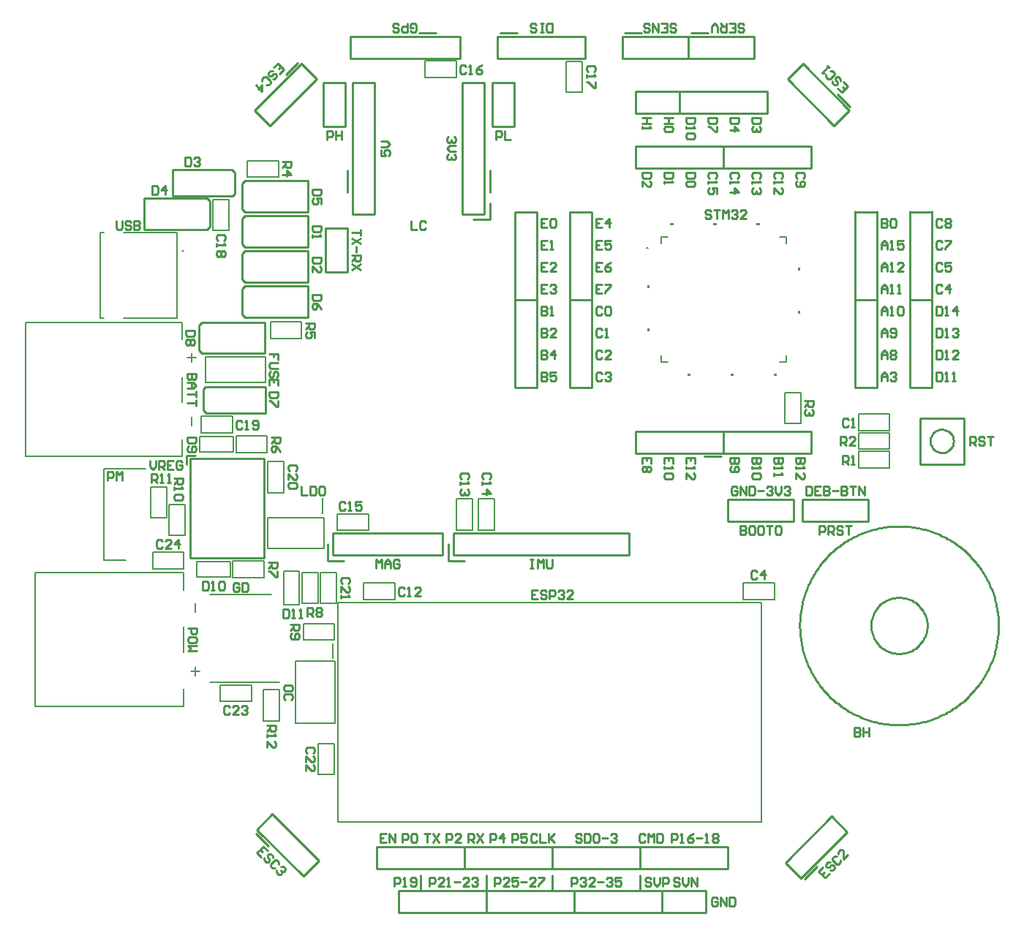
<source format=gto>
G04*
G04 #@! TF.GenerationSoftware,Altium Limited,Altium Designer,23.8.1 (32)*
G04*
G04 Layer_Color=65535*
%FSLAX44Y44*%
%MOMM*%
G71*
G04*
G04 #@! TF.SameCoordinates,0CA1B05D-E12B-4C76-85DA-CFDCD28D9C68*
G04*
G04*
G04 #@! TF.FilePolarity,Positive*
G04*
G01*
G75*
%ADD10C,0.2540*%
%ADD11C,0.2000*%
%ADD12C,0.1524*%
%ADD13C,0.1270*%
G36*
X160025Y112111D02*
X156215D01*
Y109571D01*
X160025D01*
Y112111D01*
D02*
G37*
G36*
X112111Y165025D02*
X109571D01*
Y161215D01*
X112111D01*
Y165025D01*
D02*
G37*
G36*
Y215025D02*
X109571D01*
Y211215D01*
X112111D01*
Y215025D01*
D02*
G37*
G36*
X140025Y284129D02*
X136215D01*
Y286669D01*
X140025D01*
Y284129D01*
D02*
G37*
G36*
X190025D02*
X186215D01*
Y286669D01*
X190025D01*
Y284129D01*
D02*
G37*
G36*
X210025Y112111D02*
X206215D01*
Y109571D01*
X210025D01*
Y112111D01*
D02*
G37*
G36*
X260025D02*
X256215D01*
Y109571D01*
X260025D01*
Y112111D01*
D02*
G37*
G36*
X284129Y185025D02*
X286669D01*
Y181215D01*
X284129D01*
Y185025D01*
D02*
G37*
G36*
Y235025D02*
X286669D01*
Y231215D01*
X284129D01*
Y235025D01*
D02*
G37*
G36*
X240025Y284129D02*
X236215D01*
Y286669D01*
X240025D01*
Y284129D01*
D02*
G37*
D10*
X-326317Y-458105D02*
X-323923Y-460499D01*
X-321529D01*
X-319135Y-462893D02*
Y-465287D01*
X-316741Y-467681D01*
X-314347D01*
X-313150Y-466484D01*
Y-464090D01*
X-314347Y-462893D01*
X-313150Y-464090D01*
X-310756D01*
X-309559Y-462893D01*
Y-460499D01*
X-311953Y-458105D01*
X-314347D01*
X-316741Y-455711D02*
Y-453317D01*
X-319135Y-450923D01*
X-321529D01*
X-326317Y-455711D01*
Y-458105D01*
X-288419Y-469662D02*
X-270459Y-451701D01*
X-324340Y-397820D01*
X-342301Y-415780D01*
X-288419Y-469662D01*
X-323923Y-448529D02*
Y-446135D01*
X-326317Y-443741D01*
X-328711D01*
X-329908Y-444938D01*
Y-447332D01*
X-327514Y-449726D01*
Y-452120D01*
X-328711Y-453317D01*
X-331105D01*
X-333499Y-450923D01*
Y-448529D01*
X-337090Y-447332D02*
X-341878Y-442544D01*
X-334696Y-435362D01*
X-329908Y-440150D01*
X-328930Y-434340D02*
X-342900Y-420370D01*
X-338287Y-438953D02*
X-335893Y-441347D01*
X-285748Y-347552D02*
Y-340781D01*
X-278977Y-347552D01*
X-277284D01*
X-275592Y-345859D01*
Y-342474D01*
X-277284Y-340781D01*
Y-337396D02*
X-275592Y-335703D01*
Y-332317D01*
X-277284Y-330624D01*
Y-327239D02*
X-275592Y-325546D01*
Y-322160D01*
X-277284Y-320468D01*
X-284056D01*
X-285748Y-322160D01*
Y-325546D01*
X-284056Y-327239D01*
X-285748Y-330624D02*
X-278977Y-337396D01*
X-277284D01*
X-285748D02*
Y-330624D01*
X-320042Y-294644D02*
Y-299722D01*
X-321734Y-301415D01*
X-325120D01*
X-326813Y-299722D01*
Y-294644D01*
X-320042D02*
X-330198D01*
X-353488Y-280246D02*
X-355181Y-281938D01*
X-358566D01*
X-360259Y-280246D01*
X-363644Y-281938D02*
X-370416D01*
X-363644Y-275167D01*
Y-273474D01*
X-365337Y-271782D01*
X-368723D01*
X-370416Y-273474D01*
X-373801D02*
X-375494Y-271782D01*
X-378880D01*
X-380572Y-273474D01*
Y-280246D01*
X-378880Y-281938D01*
X-375494D01*
X-373801Y-280246D01*
X-330198Y-301415D02*
X-326813Y-298030D01*
X-321734Y-304801D02*
X-320042Y-306494D01*
X-330198D01*
Y-308186D01*
Y-304801D01*
Y-313265D02*
X-323427Y-320036D01*
X-321734D01*
X-320042Y-318343D01*
Y-314958D01*
X-321734Y-313265D01*
X-311148Y-263311D02*
X-309456Y-265004D01*
X-311148Y-263311D02*
Y-259926D01*
X-309456Y-258233D01*
X-302684D01*
X-300992Y-259926D01*
Y-263311D01*
X-302684Y-265004D01*
Y-254847D02*
X-300992Y-253154D01*
Y-249769D01*
X-302684Y-248076D01*
X-309456D01*
X-311148Y-249769D01*
Y-253154D01*
X-309456Y-254847D01*
X-302684D01*
X-301996Y-195154D02*
X-295224D01*
X-293532Y-193461D01*
Y-190076D01*
X-295224Y-188383D01*
X-296917D01*
X-298610Y-190076D01*
Y-195154D01*
X-301996D02*
X-303688Y-193461D01*
Y-190076D01*
X-301996Y-188383D01*
X-303688Y-184997D02*
X-300303Y-181612D01*
Y-183304D02*
Y-178226D01*
X-303688D02*
X-293532D01*
Y-183304D01*
X-295224Y-184997D01*
X-298610D01*
X-300303Y-183304D01*
X-284054Y-169068D02*
Y-158912D01*
X-278976D01*
X-277283Y-160604D01*
Y-163990D01*
X-278976Y-165683D01*
X-284054D01*
X-280668D02*
X-277283Y-169068D01*
X-272204D02*
X-273897Y-167376D01*
Y-165683D01*
X-272204Y-163990D01*
X-273897Y-162297D01*
Y-160604D01*
X-272204Y-158912D01*
X-268819D01*
X-267126Y-160604D01*
Y-162297D01*
X-268819Y-163990D01*
X-267126Y-165683D01*
Y-167376D01*
X-268819Y-169068D01*
X-272204D01*
Y-163990D02*
X-268819D01*
X-245108Y-147739D02*
Y-146047D01*
X-234952D01*
X-236644Y-144354D01*
Y-140968D02*
X-234952Y-139276D01*
Y-135890D01*
X-236644Y-134197D01*
Y-130812D02*
X-234952Y-129119D01*
Y-125733D01*
X-236644Y-124040D01*
X-243416D01*
X-245108Y-125733D01*
Y-129119D01*
X-243416Y-130812D01*
X-245108Y-134197D02*
X-238337Y-140968D01*
X-236644D01*
X-245108D02*
Y-134197D01*
X-241300Y-104140D02*
X-260350D01*
Y-85090D01*
X-254002Y-97790D02*
Y-72390D01*
X-127000D01*
Y-97790D01*
X-254002D01*
X-246376Y-44026D02*
X-244683Y-45718D01*
X-241297D01*
X-239605Y-44026D01*
X-236219Y-45718D02*
X-232834D01*
X-234526D01*
Y-35562D01*
X-236219Y-37254D01*
X-239605D02*
X-241297Y-35562D01*
X-244683D01*
X-246376Y-37254D01*
Y-44026D01*
X-227755D02*
X-226062Y-45718D01*
X-222677D01*
X-220984Y-44026D01*
Y-40640D01*
X-222677Y-38947D01*
X-224370D01*
X-227755Y-40640D01*
Y-35562D01*
X-220984D01*
X-263318Y-19474D02*
X-265011Y-17782D01*
X-268396D01*
X-270089Y-19474D01*
Y-26246D01*
X-268396Y-27938D01*
X-265011D01*
X-263318Y-26246D01*
Y-19474D01*
X-273474D02*
X-275167Y-17782D01*
X-280246D01*
Y-27938D01*
X-275167D01*
X-273474Y-26246D01*
Y-19474D01*
X-283631Y-27938D02*
X-290402D01*
Y-17782D01*
X-296072Y-19310D02*
X-297764Y-21002D01*
X-304536D01*
X-306228Y-19310D01*
Y-15924D01*
X-304536Y-14231D01*
X-297764D01*
X-296072Y-15924D01*
Y-19310D01*
X-297764Y-10846D02*
X-296072Y-9153D01*
Y-5767D01*
X-297764Y-4074D01*
Y-689D02*
X-296072Y1004D01*
Y4390D01*
X-297764Y6082D01*
X-304536D01*
X-306228Y4390D01*
Y1004D01*
X-304536Y-689D01*
X-306228Y-4074D02*
X-299457Y-10846D01*
X-297764D01*
X-306228D02*
Y-4074D01*
X-314962Y22016D02*
X-316654Y25402D01*
X-320040Y28787D01*
X-323426D01*
X-325118Y27094D01*
Y23709D01*
X-323426Y22016D01*
X-321733D01*
X-320040Y23709D01*
Y28787D01*
Y32173D02*
X-321733Y33866D01*
Y38944D01*
X-325118D02*
X-314962D01*
Y33866D01*
X-316654Y32173D01*
X-320040D01*
X-321733Y35558D02*
X-325118Y32173D01*
X-319194Y74086D02*
X-325966Y80857D01*
X-327658D01*
Y85936D02*
X-325966Y84243D01*
X-319194D01*
X-317502Y85936D01*
Y91014D01*
X-327658D01*
Y85936D01*
X-317502Y80857D02*
Y74086D01*
X-319194D01*
X-317502Y98219D02*
Y104991D01*
X-327658D01*
Y98219D01*
X-322580Y101605D02*
Y104991D01*
Y110069D02*
X-324273Y108376D01*
X-325966D01*
X-327658Y110069D01*
Y113454D01*
X-325966Y115147D01*
Y118533D02*
X-317502D01*
Y113454D02*
X-319194Y115147D01*
X-320887D01*
X-322580Y113454D01*
Y110069D01*
X-319194Y108376D02*
X-317502Y110069D01*
Y113454D01*
Y125304D02*
X-325966D01*
X-327658Y123611D01*
Y120226D01*
X-325966Y118533D01*
X-322580Y132075D02*
Y135461D01*
Y132075D01*
Y135461D02*
X-327658D01*
X-322580D02*
X-317502D01*
Y128689D01*
X-284056Y154096D02*
X-285748Y155789D01*
Y159174D01*
X-284056Y160867D01*
X-280670D02*
X-278977Y157482D01*
Y155789D01*
X-280670Y154096D01*
X-284056D01*
X-275592D02*
Y160867D01*
X-280670D01*
Y164253D02*
X-282363Y165946D01*
Y171024D01*
X-285748D02*
X-275592D01*
Y165946D01*
X-277284Y164253D01*
X-280670D01*
X-282363Y167638D02*
X-285748Y164253D01*
X-283464Y177580D02*
X-356060D01*
X-359310Y180830D01*
Y210330D01*
X-356060Y213580D01*
X-283464D01*
X-283310D02*
Y177580D01*
X-278128Y188809D02*
X-276436Y187116D01*
X-274743D01*
X-273050Y188809D01*
Y193887D01*
X-276436D01*
X-278128Y192194D01*
Y188809D01*
X-273050Y193887D02*
X-269664Y190502D01*
X-267972Y187116D01*
X-269664Y197273D02*
X-267972Y198966D01*
Y204044D01*
X-278128D01*
Y198966D01*
X-276436Y197273D01*
X-269664D01*
X-237490Y229870D02*
Y280670D01*
X-262890D01*
Y229870D01*
X-237490D01*
X-232410Y232002D02*
X-222253Y238773D01*
Y243852D02*
X-223946Y242159D01*
X-227332D01*
X-229024Y243852D01*
Y248930D01*
X-232410D02*
X-222253D01*
Y243852D01*
X-229024Y245544D02*
X-232410Y242159D01*
Y238773D02*
X-222253Y232002D01*
X-227332Y252315D02*
Y259087D01*
X-232410Y262472D02*
X-222253Y269243D01*
Y272629D02*
Y276014D01*
X-232410D01*
Y269243D02*
X-222253Y262472D01*
Y272629D02*
Y279400D01*
X-205740Y297178D02*
Y449580D01*
X-231140D01*
Y297178D01*
X-205740D01*
X-163404Y289558D02*
Y279402D01*
X-156633D01*
X-153247Y281094D02*
X-151554Y279402D01*
X-148169D01*
X-146476Y281094D01*
X-153247D02*
Y287866D01*
X-151554Y289558D01*
X-148169D01*
X-146476Y287866D01*
X-104140Y297178D02*
Y449580D01*
X-78740D01*
Y297178D01*
X-104140D01*
X-91440Y290830D02*
X-72390D01*
Y309880D01*
Y322580D02*
Y347980D01*
X-43180Y299720D02*
X-17780D01*
Y198020D01*
Y198120D02*
X-43180D01*
X-17780D01*
Y96420D01*
Y96520D02*
X-43180D01*
Y96420D02*
Y198120D01*
Y198020D02*
Y299720D01*
X-12700Y292098D02*
Y281942D01*
X-5929D01*
X-851D02*
X-2543Y283634D01*
Y290406D01*
X-851Y292098D01*
X2535D01*
X4228Y290406D01*
Y283634D01*
X2535Y281942D01*
X-851D01*
X-9314Y287020D02*
X-12700D01*
Y292098D02*
X-5929D01*
Y266698D02*
X-12700D01*
Y256542D01*
X-5929D01*
X-2543D02*
X842D01*
X-851D01*
Y266698D01*
X-2543Y265006D01*
X-9314Y261620D02*
X-12700D01*
Y241298D02*
Y231142D01*
X-5929D01*
X-2543D02*
X4228Y237913D01*
Y239606D01*
X2535Y241298D01*
X-851D01*
X-2543Y239606D01*
X-5929Y241298D02*
X-12700D01*
Y236220D02*
X-9314D01*
X-2543Y231142D02*
X4228D01*
X2535Y215898D02*
X4228Y214206D01*
Y212513D01*
X2535Y210820D01*
X842D01*
X2535D01*
X4228Y209127D01*
Y207434D01*
X2535Y205742D01*
X-851D01*
X-2543Y207434D01*
X-5929Y205742D02*
X-12700D01*
Y215898D01*
X-5929D01*
X-851D02*
X2535D01*
X-851D02*
X-2543Y214206D01*
X-9314Y210820D02*
X-12700D01*
Y190498D02*
Y180342D01*
X-7622D01*
X-5929Y182034D01*
Y183727D01*
X-7622Y185420D01*
X-12700D01*
X-7622D01*
X-5929Y187113D01*
Y188806D01*
X-7622Y190498D01*
X-12700D01*
X-851D02*
X-2543Y188806D01*
X-851Y190498D02*
Y180342D01*
X842D01*
X-2543D01*
X20320Y198020D02*
Y299720D01*
X45720D01*
Y198020D01*
Y198120D02*
X20320D01*
X45720D01*
Y96420D01*
Y96520D02*
X20320D01*
Y96420D02*
Y198120D01*
X4228Y163406D02*
X2535Y165098D01*
X-851D01*
X-2543Y163406D01*
X-5929D02*
X-7622Y165098D01*
X-12700D01*
Y154942D01*
X-7622D01*
X-5929Y156634D01*
Y158327D01*
X-7622Y160020D01*
X-12700D01*
X-7622D01*
X-5929Y161713D01*
Y163406D01*
X4228D02*
Y161713D01*
X-2543Y154942D01*
X4228D01*
X2535Y139698D02*
X-2543Y134620D01*
X4228D01*
X2535Y129542D02*
Y139698D01*
X-5929Y138006D02*
X-7622Y139698D01*
X-12700D01*
Y129542D01*
X-7622D01*
X-5929Y131234D01*
Y132927D01*
X-7622Y134620D01*
X-12700D01*
X-7622D01*
X-5929Y136313D01*
Y138006D01*
Y112606D02*
X-7622Y114298D01*
X-12700D01*
Y104142D01*
X-7622D01*
X-5929Y105834D01*
Y107527D01*
X-7622Y109220D01*
X-12700D01*
X-7622D01*
X-5929Y110913D01*
Y112606D01*
X-2543Y114298D02*
Y109220D01*
X842Y110913D01*
X2535D01*
X4228Y109220D01*
Y105834D01*
X2535Y104142D01*
X-851D01*
X-2543Y105834D01*
Y114298D02*
X4228D01*
X52493D02*
X50800Y112606D01*
Y105834D01*
X52493Y104142D01*
X55878D01*
X57571Y105834D01*
X60957D02*
X62649Y104142D01*
X66035D01*
X67728Y105834D01*
Y107527D01*
X66035Y109220D01*
X64342D01*
X66035D01*
X67728Y110913D01*
Y112606D01*
X66035Y114298D01*
X62649D01*
X60957Y112606D01*
X57571D02*
X55878Y114298D01*
X52493D01*
Y129542D02*
X55878D01*
X57571Y131234D01*
X60957Y129542D02*
X67728Y136313D01*
Y138006D01*
X66035Y139698D01*
X62649D01*
X60957Y138006D01*
X57571D02*
X55878Y139698D01*
X52493D01*
X50800Y138006D01*
Y131234D01*
X52493Y129542D01*
X60957D02*
X67728D01*
X64342Y154942D02*
X62649D01*
Y165098D01*
X60957Y163406D01*
X57571D02*
X55878Y165098D01*
X52493D01*
X50800Y163406D01*
Y156634D01*
X52493Y154942D01*
X55878D01*
X57571Y156634D01*
X60957Y154942D02*
X64342D01*
X66035Y180342D02*
X62649D01*
X60957Y182034D01*
Y188806D01*
X62649Y190498D01*
X66035D01*
X67728Y188806D01*
Y182034D01*
X66035Y180342D01*
X67728Y214206D02*
X60957Y207434D01*
Y205742D01*
X57571D02*
X50800D01*
Y215898D01*
X57571D01*
X60957D02*
X67728D01*
Y214206D01*
X66035Y231142D02*
X67728Y232834D01*
Y234527D01*
X66035Y236220D01*
X60957D01*
Y232834D01*
X62649Y231142D01*
X66035D01*
X67728Y241298D02*
X64342Y239606D01*
X60957Y236220D01*
X54186D02*
X50800D01*
Y231142D02*
X57571D01*
X50800D02*
Y241298D01*
X57571D01*
X54186Y210820D02*
X50800D01*
X52493Y190498D02*
X50800Y188806D01*
Y182034D01*
X52493Y180342D01*
X55878D01*
X57571Y182034D01*
Y188806D02*
X55878Y190498D01*
X52493D01*
X66035Y256542D02*
X62649D01*
X60957Y258234D01*
Y261620D02*
X64342Y263313D01*
X66035D01*
X67728Y261620D01*
Y258234D01*
X66035Y256542D01*
X67728Y266698D02*
X60957D01*
Y261620D01*
X54186D02*
X50800D01*
Y256542D02*
X57571D01*
X50800D02*
Y266698D01*
X57571D01*
Y281942D02*
X50800D01*
Y292098D01*
X57571D01*
X54186Y287020D02*
X50800D01*
X60957D02*
X67728D01*
X66035Y281942D02*
Y292098D01*
X60957Y287020D01*
X104142Y328512D02*
Y335283D01*
X110913Y328512D01*
X112606D01*
X114298Y330205D01*
Y333591D01*
X112606Y335283D01*
Y338669D02*
X114298Y340362D01*
Y345440D01*
X104142D01*
Y340362D01*
X105834Y338669D01*
X112606D01*
X129542Y340362D02*
X131234Y338669D01*
X138006D01*
X139698Y340362D01*
Y345440D01*
X129542D01*
Y340362D01*
Y335283D02*
Y331898D01*
Y333591D01*
X139698D01*
X138006Y335283D01*
X154942Y330205D02*
Y333591D01*
X156634Y335283D01*
X163406D01*
X165098Y333591D01*
Y330205D01*
X163406Y328512D01*
X156634D01*
X154942Y330205D01*
X180342Y331898D02*
Y333591D01*
X190498D01*
X188806Y335283D01*
Y338669D02*
X190498Y340362D01*
Y343747D01*
X188806Y345440D01*
X182034D01*
X180342Y343747D01*
Y340362D01*
X182034Y338669D01*
X180342Y335283D02*
Y331898D01*
Y325127D02*
X182034Y326819D01*
X180342Y325127D02*
Y321741D01*
X182034Y320048D01*
X185420D01*
X187113Y321741D01*
Y323434D01*
X185420Y326819D01*
X190498D01*
Y320048D01*
X205742Y321741D02*
X215898D01*
X210820Y326819D01*
Y320048D01*
X205742Y331898D02*
Y333591D01*
X215898D01*
X214206Y335283D01*
Y338669D02*
X215898Y340362D01*
Y343747D01*
X214206Y345440D01*
X207434D01*
X205742Y343747D01*
Y340362D01*
X207434Y338669D01*
X205742Y335283D02*
Y331898D01*
X204046Y302258D02*
Y292102D01*
X209124D02*
X207431Y293794D01*
X209124Y292102D02*
X212509D01*
X214202Y293794D01*
Y295487D01*
X212509Y297180D01*
X210817D01*
X212509D01*
X214202Y298873D01*
Y300566D01*
X212509Y302258D01*
X209124D01*
X207431Y300566D01*
X204046Y302258D02*
X200660Y298873D01*
X197274Y302258D01*
Y292102D01*
X190503D02*
Y302258D01*
X193889D01*
X187118D01*
X183732Y300566D02*
X182039Y302258D01*
X178654D01*
X176961Y300566D01*
Y298873D01*
X178654Y297180D01*
X182039D01*
X183732Y295487D01*
Y293794D01*
X182039Y292102D01*
X178654D01*
X176961Y293794D01*
X217588Y292102D02*
X224359Y298873D01*
Y300566D01*
X222666Y302258D01*
X219281D01*
X217588Y300566D01*
Y292102D02*
X224359D01*
X263313Y320048D02*
X265006D01*
X266698Y321741D01*
Y325127D01*
X265006Y326819D01*
X263313Y320048D02*
X256542Y326819D01*
Y320048D01*
Y331898D02*
Y333591D01*
X266698D01*
X265006Y335283D01*
Y338669D02*
X266698Y340362D01*
Y343747D01*
X265006Y345440D01*
X258234D01*
X256542Y343747D01*
Y340362D01*
X258234Y338669D01*
X256542Y335283D02*
Y331898D01*
X239606Y326819D02*
X241298Y325127D01*
Y321741D01*
X239606Y320048D01*
X237913D01*
X236220Y321741D01*
Y323434D01*
Y321741D01*
X234527Y320048D01*
X232834D01*
X231142Y321741D01*
Y325127D01*
X232834Y326819D01*
X231142Y331898D02*
Y333591D01*
X241298D01*
X239606Y335283D01*
Y338669D02*
X241298Y340362D01*
Y343747D01*
X239606Y345440D01*
X232834D01*
X231142Y343747D01*
Y340362D01*
X232834Y338669D01*
X231142Y335283D02*
Y331898D01*
X281942Y330205D02*
X283634Y328512D01*
X290406D01*
X292098Y330205D01*
Y333591D01*
X290406Y335283D01*
X288713D01*
X287020Y333591D01*
Y328512D01*
X281942Y330205D02*
Y333591D01*
X283634Y335283D01*
Y338669D02*
X281942Y340362D01*
Y343747D01*
X283634Y345440D01*
X290406D01*
X292098Y343747D01*
Y340362D01*
X290406Y338669D01*
X299720Y350520D02*
Y375920D01*
X198020D01*
X198120D02*
Y350520D01*
Y375920D01*
X96420D01*
X96520D02*
Y350520D01*
X96420D02*
X198120D01*
X198020D02*
X299720D01*
X325900Y399379D02*
X343860Y417340D01*
X289979Y471221D01*
X272018Y453261D01*
X325900Y399379D01*
X344170Y421640D02*
X330200Y435610D01*
X334769Y437829D02*
X341951Y445011D01*
X337163Y449799D01*
X333572Y450996D02*
Y453390D01*
X331178Y455784D01*
X328784D01*
X327587Y454587D01*
Y452193D01*
X329981Y449799D01*
Y447405D01*
X328784Y446208D01*
X326390D01*
X323996Y448602D01*
Y450996D01*
X329981Y442617D02*
X334769Y437829D01*
X335966Y443814D02*
X338360Y441420D01*
X321602Y453390D02*
X326390Y458178D01*
Y460572D01*
X323996Y462966D01*
X321602D01*
X320405Y466557D02*
X318011Y468951D01*
X319208Y467754D01*
X312026Y460572D01*
X314420D01*
X316814Y458178D02*
Y455784D01*
X319208Y453390D01*
X321602D01*
X233680Y502920D02*
Y477520D01*
X157480D01*
Y502920D01*
X233680D01*
X220128Y508002D02*
X221821Y509694D01*
Y511387D01*
X220128Y513080D01*
X216742D01*
X215049Y514773D01*
Y516466D01*
X216742Y518158D01*
X220128D01*
X221821Y516466D01*
X220128Y508002D02*
X216742D01*
X215049Y509694D01*
X211664Y508002D02*
Y518158D01*
X204893D01*
X201507D02*
Y508002D01*
X196429D01*
X194736Y509694D01*
Y513080D01*
X196429Y514773D01*
X201507D01*
X198122D02*
X194736Y518158D01*
X191350Y514773D02*
X187965Y518158D01*
X184579Y514773D01*
Y508002D01*
X191350D02*
Y514773D01*
X208278Y513080D02*
X211664D01*
Y508002D02*
X204893D01*
X179705Y506730D02*
X160655D01*
X157480Y502920D02*
X81280D01*
Y477520D01*
X157480D01*
Y502920D01*
X141388Y508002D02*
X143081Y509694D01*
Y511387D01*
X141388Y513080D01*
X138002D01*
X136309Y514773D01*
Y516466D01*
X138002Y518158D01*
X141388D01*
X143081Y516466D01*
X141388Y508002D02*
X138002D01*
X136309Y509694D01*
X132924Y508002D02*
Y518158D01*
X126153D01*
X122767D02*
Y508002D01*
X115996Y518158D01*
Y508002D01*
X110918D02*
X112611Y509694D01*
Y511387D01*
X110918Y513080D01*
X107532D01*
X105839Y514773D01*
Y516466D01*
X107532Y518158D01*
X110918D01*
X112611Y516466D01*
X110918Y508002D02*
X107532D01*
X105839Y509694D01*
X126153Y508002D02*
X132924D01*
Y513080D02*
X129538D01*
X102870Y506730D02*
X83820D01*
X38100Y502920D02*
Y477520D01*
X-63600D01*
X-63500D02*
Y502920D01*
X-63600D02*
X38100D01*
X41064Y468626D02*
X39372Y466933D01*
Y463548D01*
X41064Y461855D01*
X39372Y458469D02*
Y455084D01*
Y456776D01*
X49528D01*
X47836Y458469D01*
Y461855D02*
X49528Y463548D01*
Y466933D01*
X47836Y468626D01*
X41064D01*
Y450005D02*
X39372D01*
X41064D02*
X47836Y443234D01*
X49528D01*
Y450005D01*
X104142Y408940D02*
X109220D01*
Y402169D01*
X114298D01*
X104142D01*
Y398783D02*
Y395398D01*
Y397090D01*
X114298D01*
X112606Y398783D01*
X114298Y408940D02*
X104142D01*
X129542D02*
X134620D01*
Y402169D01*
X139698D01*
X129542D01*
Y397090D02*
X131234Y398783D01*
X138006D01*
X139698Y397090D01*
Y393705D01*
X138006Y392012D01*
X131234D01*
X129542Y393705D01*
Y397090D01*
Y408940D02*
X139698D01*
X154942Y345440D02*
Y340362D01*
X156634Y338669D01*
X163406D01*
X165098Y340362D01*
Y345440D01*
X154942D01*
X188806Y392012D02*
X182034Y398783D01*
X180342D01*
Y403862D02*
X182034Y402169D01*
X188806D01*
X190498Y403862D01*
Y408940D01*
X180342D01*
Y403862D01*
X165098D02*
Y408940D01*
X154942D01*
Y403862D01*
X156634Y402169D01*
X163406D01*
X165098Y403862D01*
Y397090D02*
X163406Y398783D01*
X165098Y397090D02*
X154942D01*
Y395398D01*
Y398783D01*
Y388627D02*
X156634Y390319D01*
X163406D01*
X165098Y388627D01*
Y385241D01*
X163406Y383548D01*
X156634D01*
X154942Y385241D01*
Y388627D01*
X188806Y392012D02*
X190498D01*
Y398783D01*
X205742Y393705D02*
X215898D01*
X210820Y398783D01*
Y392012D01*
X207434Y402169D02*
X214206D01*
X215898Y403862D01*
Y408940D01*
X205742D01*
Y403862D01*
X207434Y402169D01*
X231142Y403862D02*
X232834Y402169D01*
X239606D01*
X241298Y403862D01*
Y408940D01*
X231142D01*
Y403862D01*
Y397090D02*
X232834Y398783D01*
X231142Y397090D02*
Y393705D01*
X232834Y392012D01*
X234527D01*
X236220Y393705D01*
Y395398D01*
Y393705D01*
X237913Y392012D01*
X239606D01*
X241298Y393705D01*
Y397090D01*
X239606Y398783D01*
X248920Y414020D02*
Y439420D01*
X147220D01*
X147320D02*
Y414020D01*
Y439420D01*
X96520D01*
Y414020D01*
X147320D01*
X147220D02*
X248920D01*
X350520Y299820D02*
Y198120D01*
X375920D01*
Y299820D01*
Y299720D02*
X350520D01*
X381000Y292098D02*
Y281942D01*
X386078D01*
X387771Y283634D01*
Y285327D01*
X386078Y287020D01*
X381000D01*
X386078D01*
X387771Y288713D01*
Y290406D01*
X386078Y292098D01*
X381000D01*
X391157Y290406D02*
X392850Y292098D01*
X396235D01*
X397928Y290406D01*
Y283634D01*
X396235Y281942D01*
X392850D01*
X391157Y283634D01*
Y290406D01*
X392850Y266698D02*
X391157Y265006D01*
X392850Y266698D02*
Y256542D01*
X394542D01*
X391157D01*
X387771D02*
Y261620D01*
X381000D01*
Y263313D02*
X384386Y266698D01*
X387771Y263313D01*
Y256542D01*
X381000D02*
Y263313D01*
X399621Y261620D02*
X403006Y263313D01*
X404699D01*
X406392Y261620D01*
Y258234D01*
X404699Y256542D01*
X401313D01*
X399621Y258234D01*
Y261620D02*
Y266698D01*
X406392D01*
Y239606D02*
X404699Y241298D01*
X401313D01*
X399621Y239606D01*
X406392D02*
Y237913D01*
X399621Y231142D01*
X406392D01*
X394542D02*
X392850D01*
Y241298D01*
X391157Y239606D01*
X387771Y237913D02*
Y231142D01*
Y236220D01*
X381000D01*
Y237913D02*
X384386Y241298D01*
X387771Y237913D01*
X381000D02*
Y231142D01*
X391157D02*
X394542D01*
X392850Y215898D02*
X391157Y214206D01*
X387771Y212513D02*
Y205742D01*
Y210820D01*
X381000D01*
Y212513D02*
X384386Y215898D01*
X387771Y212513D01*
X381000D02*
Y205742D01*
X391157D02*
X394542D01*
X392850D01*
Y215898D01*
X401313D02*
X399621Y214206D01*
Y205742D02*
X403006D01*
X401313D01*
Y215898D01*
Y190498D02*
X404699D01*
X406392Y188806D01*
Y182034D01*
X404699Y180342D01*
X401313D01*
X399621Y182034D01*
Y188806D01*
X401313Y190498D01*
X392850D02*
X391157Y188806D01*
X392850Y190498D02*
Y180342D01*
X394542D01*
X391157D01*
X387771D02*
Y185420D01*
X381000D01*
Y187113D02*
X384386Y190498D01*
X387771Y187113D01*
Y180342D01*
X381000D02*
Y187113D01*
X414020Y198120D02*
X439420D01*
Y198120D02*
Y299820D01*
Y299720D02*
X414020D01*
Y299820D02*
Y198120D01*
X439420D01*
Y198220D02*
Y96520D01*
X414020D01*
Y198220D01*
X397928Y163406D02*
X396235Y165098D01*
X392850D01*
X391157Y163406D01*
Y161713D01*
X392850Y160020D01*
X397928D01*
Y156634D02*
Y163406D01*
Y156634D02*
X396235Y154942D01*
X392850D01*
X391157Y156634D01*
X387771Y154942D02*
Y160020D01*
X381000D01*
Y161713D02*
X384386Y165098D01*
X387771Y161713D01*
Y154942D01*
X381000D02*
Y161713D01*
X384386Y139698D02*
X387771Y136313D01*
Y129542D01*
Y134620D01*
X381000D01*
Y136313D02*
X384386Y139698D01*
X391157Y138006D02*
X392850Y139698D01*
X396235D01*
X397928Y138006D01*
Y136313D01*
X396235Y134620D01*
X397928Y132927D01*
Y131234D01*
X396235Y129542D01*
X392850D01*
X391157Y131234D01*
Y132927D01*
X392850Y134620D01*
X391157Y136313D01*
Y138006D01*
X392850Y134620D02*
X396235D01*
X381000Y136313D02*
Y129542D01*
X384386Y114298D02*
X387771Y110913D01*
Y104142D01*
Y109220D01*
X381000D01*
Y110913D02*
X384386Y114298D01*
X381000Y110913D02*
Y104142D01*
X392850D02*
X391157Y105834D01*
X392850Y104142D02*
X396235D01*
X397928Y105834D01*
Y107527D01*
X396235Y109220D01*
X394542D01*
X396235D01*
X397928Y110913D01*
Y112606D01*
X396235Y114298D01*
X392850D01*
X391157Y112606D01*
X425450Y60960D02*
X476250D01*
Y7620D01*
X425450D01*
Y60960D01*
X442009Y44493D02*
X440238Y42635D01*
X438851Y40476D01*
X437897Y38094D01*
X437411Y35573D01*
Y33007D01*
X437897Y30487D01*
X438851Y28104D01*
X440238Y25945D01*
X442009Y24087D01*
X444100Y22598D01*
X446435Y21532D01*
X448929Y20927D01*
X451492Y20805D01*
X454033Y21170D01*
X456458Y22010D01*
X458681Y23293D01*
X460621Y24974D01*
X462207Y26991D01*
X463383Y29272D01*
X464106Y31735D01*
X464350Y34290D01*
Y34290D02*
X464106Y36845D01*
X463383Y39307D01*
X462207Y41589D01*
X460621Y43606D01*
X458681Y45287D01*
X456458Y46570D01*
X454033Y47410D01*
X451492Y47775D01*
X448929Y47653D01*
X446435Y47048D01*
X444100Y45982D01*
X442009Y44493D01*
X483028Y39368D02*
X488106D01*
X489799Y37676D01*
Y34290D01*
X488106Y32597D01*
X483028D01*
Y29212D02*
Y39368D01*
X486413Y32597D02*
X489799Y29212D01*
X494877D02*
X493184Y30904D01*
X494877Y29212D02*
X498263D01*
X499956Y30904D01*
Y32597D01*
X498263Y34290D01*
X494877D01*
X493184Y35983D01*
Y37676D01*
X494877Y39368D01*
X498263D01*
X499956Y37676D01*
X503341Y39368D02*
X510112D01*
X506727D01*
Y29212D01*
X466506Y104142D02*
X464813D01*
Y114298D01*
X463121Y112606D01*
Y104142D02*
X466506D01*
X469892Y129542D02*
X463121D01*
X469892Y136313D01*
Y138006D01*
X468199Y139698D01*
X464813D01*
X463121Y138006D01*
X464813Y154942D02*
X463121Y156634D01*
X464813Y154942D02*
X468199D01*
X469892Y156634D01*
Y158327D01*
X468199Y160020D01*
X466506D01*
X468199D01*
X469892Y161713D01*
Y163406D01*
X468199Y165098D01*
X464813D01*
X463121Y163406D01*
X468199Y180342D02*
Y190498D01*
X463121Y185420D01*
X469892D01*
X459735Y205742D02*
Y215898D01*
X454657Y210820D01*
X461428D01*
Y232834D02*
X459735Y231142D01*
X456349D01*
X454657Y232834D01*
Y236220D02*
X458042Y237913D01*
X459735D01*
X461428Y236220D01*
Y232834D01*
Y241298D02*
X454657D01*
Y236220D01*
X451271Y232834D02*
X449578Y231142D01*
X446193D01*
X444500Y232834D01*
Y239606D01*
X446193Y241298D01*
X449578D01*
X451271Y239606D01*
X449578Y215898D02*
X446193D01*
X444500Y214206D01*
Y207434D01*
X446193Y205742D01*
X449578D01*
X451271Y207434D01*
Y214206D02*
X449578Y215898D01*
Y190498D02*
X444500D01*
Y180342D01*
X449578D01*
X451271Y182034D01*
Y188806D01*
X449578Y190498D01*
X456349D02*
X454657Y188806D01*
X456349Y190498D02*
Y180342D01*
X458042D01*
X454657D01*
X456349Y165098D02*
X454657Y163406D01*
X456349Y165098D02*
Y154942D01*
X458042D01*
X454657D01*
X449578D02*
X451271Y156634D01*
Y163406D01*
X449578Y165098D01*
X444500D01*
Y154942D01*
X449578D01*
Y139698D02*
X444500D01*
Y129542D01*
X449578D01*
X451271Y131234D01*
Y138006D01*
X449578Y139698D01*
X456349D02*
X454657Y138006D01*
X456349Y139698D02*
Y129542D01*
X458042D01*
X454657D01*
X456349Y114298D02*
X454657Y112606D01*
X456349Y114298D02*
Y104142D01*
X458042D01*
X454657D01*
X449578D02*
X451271Y105834D01*
Y112606D01*
X449578Y114298D01*
X444500D01*
Y104142D01*
X449578D01*
X375920Y198120D02*
X350520D01*
Y198220D02*
Y96520D01*
X375920D01*
Y198220D01*
X444500Y258234D02*
X446193Y256542D01*
X449578D01*
X451271Y258234D01*
X454657D02*
Y256542D01*
Y258234D02*
X461428Y265006D01*
Y266698D01*
X454657D01*
X451271Y265006D02*
X449578Y266698D01*
X446193D01*
X444500Y265006D01*
Y258234D01*
Y283634D02*
X446193Y281942D01*
X449578D01*
X451271Y283634D01*
X454657D02*
Y285327D01*
X456349Y287020D01*
X454657Y288713D01*
Y290406D01*
X456349Y292098D01*
X459735D01*
X461428Y290406D01*
Y288713D01*
X459735Y287020D01*
X461428Y285327D01*
Y283634D01*
X459735Y281942D01*
X456349D01*
X454657Y283634D01*
X456349Y287020D02*
X459735D01*
X451271Y290406D02*
X449578Y292098D01*
X446193D01*
X444500Y290406D01*
Y283634D01*
X295487Y80854D02*
Y75776D01*
X297180Y74083D01*
X300566D01*
X302258Y75776D01*
Y80854D01*
X292102D01*
X295487Y77468D02*
X292102Y74083D01*
Y69004D02*
X293794Y70697D01*
X292102Y69004D02*
Y65619D01*
X293794Y63926D01*
X295487D01*
X297180Y65619D01*
Y67312D01*
Y65619D01*
X298873Y63926D01*
X300566D01*
X302258Y65619D01*
Y69004D01*
X300566Y70697D01*
X299820Y45720D02*
X198120D01*
Y20320D01*
X299820D01*
X299720D02*
Y45720D01*
X292098Y15240D02*
X281942D01*
Y10162D01*
X283634Y8469D01*
X285327D01*
X287020Y10162D01*
Y15240D01*
Y10162D01*
X288713Y8469D01*
X290406D01*
X292098Y10162D01*
Y15240D01*
Y3390D02*
X290406Y5083D01*
X292098Y3390D02*
X281942D01*
Y1698D01*
Y5083D01*
Y-3381D02*
X288713Y-10152D01*
X290406D01*
X292098Y-8459D01*
Y-5073D01*
X290406Y-3381D01*
X281942D02*
Y-10152D01*
X273463Y-17782D02*
X275156Y-19474D01*
Y-21167D01*
X273463Y-22860D01*
X271770D01*
X273463D01*
X275156Y-24553D01*
Y-26246D01*
X273463Y-27938D01*
X270077D01*
X268385Y-26246D01*
X264999Y-24553D02*
Y-17782D01*
X268385Y-19474D02*
X270077Y-17782D01*
X273463D01*
X266698Y-5073D02*
X265006Y-3381D01*
X266698Y-5073D02*
X256542D01*
Y-6766D01*
Y-3381D01*
Y1698D02*
Y3390D01*
X266698D01*
X265006Y5083D01*
Y8469D02*
X266698Y10162D01*
Y15240D01*
X256542D01*
Y10162D01*
X258234Y8469D01*
X259927D01*
X261620Y10162D01*
Y15240D01*
Y10162D01*
X263313Y8469D01*
X265006D01*
X293804Y-17782D02*
Y-27938D01*
X298883D01*
X300575Y-26246D01*
Y-19474D01*
X298883Y-17782D01*
X293804D01*
X289560Y-33020D02*
X365760D01*
Y-58420D01*
X289560D01*
Y-33020D01*
X279400D02*
Y-58420D01*
X203200D01*
Y-33020D01*
X279400D01*
X264999Y-24553D02*
X261613Y-27938D01*
X258228Y-24553D01*
Y-17782D01*
X253150D02*
X254842Y-19474D01*
Y-21167D01*
X253150Y-22860D01*
X251457D01*
X253150D01*
X254842Y-24553D01*
Y-26246D01*
X253150Y-27938D01*
X249764D01*
X248071Y-26246D01*
X244686Y-22860D02*
X237914D01*
X234529Y-26246D02*
Y-19474D01*
X232836Y-17782D01*
X227758D01*
Y-27938D01*
X232836D01*
X234529Y-26246D01*
X224372Y-27938D02*
Y-17782D01*
X232834Y-10152D02*
X231142Y-8459D01*
Y-5073D01*
X232834Y-3381D01*
X239606D01*
X241298Y-5073D01*
Y-8459D01*
X239606Y-10152D01*
X232834D01*
X231142Y1698D02*
Y3390D01*
X241298D01*
X239606Y5083D01*
Y8469D02*
X241298Y10162D01*
Y15240D01*
X231142D01*
Y10162D01*
X232834Y8469D01*
X234527D01*
X236220Y10162D01*
Y15240D01*
Y10162D01*
X237913Y8469D01*
X239606D01*
X231142Y5083D02*
Y1698D01*
X256542D02*
Y5083D01*
X253150Y-17782D02*
X249764D01*
X248071Y-19474D01*
X224372Y-27938D02*
X217601Y-17782D01*
Y-27938D01*
X212523D02*
X214215Y-26246D01*
Y-22860D01*
X210830D01*
X207444Y-26246D02*
X209137Y-27938D01*
X212523D01*
X207444Y-26246D02*
Y-19474D01*
X209137Y-17782D01*
X212523D01*
X214215Y-19474D01*
X214206Y-1688D02*
X215898Y5D01*
Y3390D01*
X214206Y5083D01*
X212513D01*
X210820Y3390D01*
Y-1688D01*
X207434D02*
X214206D01*
X207434D02*
X205742Y5D01*
Y3390D01*
X207434Y5083D01*
Y8469D02*
X209127D01*
X210820Y10162D01*
Y15240D01*
Y10162D01*
X212513Y8469D01*
X214206D01*
X215898Y10162D01*
Y15240D01*
X205742D01*
Y10162D01*
X207434Y8469D01*
X194945Y16510D02*
X175895D01*
X165098Y15240D02*
X154942D01*
Y8469D01*
Y5083D02*
Y1698D01*
Y3390D01*
X165098D01*
X163406Y5083D01*
X165098Y8469D02*
Y15240D01*
X160020D02*
Y11854D01*
X163406Y-3381D02*
X165098Y-5073D01*
Y-8459D01*
X163406Y-10152D01*
X161713D01*
X154942Y-3381D01*
Y-10152D01*
X198120Y20320D02*
Y45720D01*
X198220D02*
X96520D01*
Y20320D01*
X198220D01*
X139698Y15240D02*
X129542D01*
Y8469D01*
Y5083D02*
Y1698D01*
Y3390D01*
X139698D01*
X138006Y5083D01*
X139698Y8469D02*
Y15240D01*
X134620D02*
Y11854D01*
X131234Y-3381D02*
X138006D01*
X139698Y-5073D01*
Y-8459D01*
X138006Y-10152D01*
X131234D01*
X129542Y-8459D01*
Y-5073D01*
X131234Y-3381D01*
X114298Y5D02*
X112606Y-1688D01*
X110913D01*
X109220Y5D01*
X107527Y-1688D01*
X105834D01*
X104142Y5D01*
Y3390D01*
X105834Y5083D01*
X107527D01*
X109220Y3390D01*
X110913Y5083D01*
X112606D01*
X114298Y3390D01*
Y5D01*
X109220D02*
Y3390D01*
Y11854D02*
Y15240D01*
X114298D02*
X104142D01*
Y8469D01*
X114298D02*
Y15240D01*
X88900Y-72390D02*
Y-97790D01*
X-114302D01*
Y-72390D01*
X88900D01*
X-4Y-102872D02*
Y-111336D01*
X-1697Y-113028D01*
X-5082D01*
X-6775Y-111336D01*
Y-102872D01*
X-10161D02*
Y-113028D01*
Y-102872D02*
X-13546Y-106257D01*
X-16932Y-102872D01*
Y-113028D01*
X-22010D02*
X-25396D01*
X-23703D01*
Y-102872D01*
X-22010D01*
X-25396D01*
X-23699Y-138432D02*
Y-148588D01*
X-16928D01*
X-13542Y-146896D02*
X-11849Y-148588D01*
X-8464D01*
X-6771Y-146896D01*
Y-145203D01*
X-8464Y-143510D01*
X-11849D01*
X-13542Y-141817D01*
Y-140124D01*
X-11849Y-138432D01*
X-8464D01*
X-6771Y-140124D01*
X-3386Y-145203D02*
X1693D01*
X3386Y-143510D01*
Y-140124D01*
X1693Y-138432D01*
X-3386D01*
Y-148588D01*
X8464D02*
X6771Y-146896D01*
X8464Y-148588D02*
X11849D01*
X13542Y-146896D01*
Y-145203D01*
X11849Y-143510D01*
X10157D01*
X11849D01*
X13542Y-141817D01*
Y-140124D01*
X11849Y-138432D01*
X8464D01*
X6771Y-140124D01*
X16928D02*
X18621Y-138432D01*
X22006D01*
X23699Y-140124D01*
Y-141817D01*
X16928Y-148588D01*
X23699D01*
X-16928Y-138432D02*
X-23699D01*
Y-143510D02*
X-20313D01*
X-120650Y-85090D02*
Y-104140D01*
X-101600D01*
X-152404Y-136314D02*
X-154097Y-134622D01*
X-157482D01*
X-159175Y-136314D01*
X-152404D02*
Y-138007D01*
X-159175Y-144778D01*
X-152404D01*
X-164254D02*
X-165946D01*
Y-134622D01*
X-167639Y-136314D01*
Y-144778D02*
X-164254D01*
X-171025Y-136314D02*
X-172717Y-134622D01*
X-176103D01*
X-177796Y-136314D01*
Y-143086D01*
X-176103Y-144778D01*
X-172717D01*
X-171025Y-143086D01*
X-178650Y-113028D02*
X-176958Y-111336D01*
Y-107950D01*
X-180343D01*
X-183729Y-111336D02*
X-182036Y-113028D01*
X-178650D01*
X-183729Y-111336D02*
Y-104564D01*
X-182036Y-102872D01*
X-178650D01*
X-176958Y-104564D01*
X-187114Y-106257D02*
Y-113028D01*
Y-107950D01*
X-193886D01*
Y-106257D02*
X-190500Y-102872D01*
X-187114Y-106257D01*
X-193886D02*
Y-113028D01*
X-197271D02*
Y-102872D01*
X-200657Y-106257D01*
X-204042Y-102872D01*
Y-113028D01*
X-245108Y-144354D02*
Y-147739D01*
X-318772Y-122764D02*
X-320464D01*
X-327236Y-115993D01*
X-328928D01*
Y-112607D02*
X-325543Y-109222D01*
Y-110914D02*
Y-105836D01*
Y-110914D02*
X-323850Y-112607D01*
X-320464D01*
X-318772Y-110914D01*
Y-105836D01*
X-328928D01*
X-333720Y-101080D02*
Y13920D01*
X-419720D01*
Y-101080D01*
X-333720D01*
X-352216Y-131234D02*
X-353909Y-129542D01*
X-358987D01*
Y-139698D01*
X-353909D01*
X-352216Y-138006D01*
Y-131234D01*
X-362373D02*
X-364066Y-129542D01*
X-367451D01*
X-369144Y-131234D01*
Y-138006D01*
X-367451Y-139698D01*
X-364066D01*
X-362373Y-138006D01*
Y-134620D01*
X-365758D01*
X-311993Y-160022D02*
Y-170178D01*
X-306915D01*
X-305222Y-168486D01*
Y-161714D01*
X-306915Y-160022D01*
X-311993D01*
X-300144D02*
X-301836Y-161714D01*
X-300144Y-160022D02*
Y-170178D01*
X-298451D01*
X-301836D01*
X-293372D02*
X-289987D01*
X-291680D01*
Y-160022D01*
X-293372Y-161714D01*
X-318772Y-122764D02*
Y-115993D01*
X-381427Y-128272D02*
X-379734Y-129964D01*
Y-136736D01*
X-381427Y-138428D01*
X-384812D01*
X-386505Y-136736D01*
Y-129964D01*
X-384812Y-128272D01*
X-381427D01*
X-393276D02*
X-394969Y-129964D01*
X-393276Y-128272D02*
Y-138428D01*
X-391584D01*
X-394969D01*
X-400047D02*
X-398355Y-136736D01*
Y-129964D01*
X-400047Y-128272D01*
X-405126D01*
Y-138428D01*
X-400047D01*
X-432650Y-90168D02*
Y-80012D01*
X-437729Y-85090D01*
X-430958D01*
X-441114Y-83397D02*
Y-81704D01*
X-442807Y-80012D01*
X-446193D01*
X-447886Y-81704D01*
X-451271D02*
X-452964Y-80012D01*
X-456349D01*
X-458042Y-81704D01*
Y-88476D01*
X-456349Y-90168D01*
X-452964D01*
X-451271Y-88476D01*
X-447886Y-90168D02*
X-441114Y-83397D01*
Y-90168D02*
X-447886D01*
X-436456Y-34286D02*
X-438148Y-32593D01*
Y-29208D01*
X-436456Y-27515D01*
X-429684D01*
X-427992Y-29208D01*
Y-32593D01*
X-429684Y-34286D01*
X-436456D01*
X-438148Y-22436D02*
Y-20744D01*
X-427992D01*
X-429684Y-19051D01*
Y-15665D02*
X-433070D01*
X-434763Y-13973D01*
Y-8894D01*
X-438148D02*
X-427992D01*
Y-13973D01*
X-429684Y-15665D01*
X-434763Y-12280D02*
X-438148Y-15665D01*
Y-19051D02*
Y-22436D01*
X-442387Y-14128D02*
X-444080D01*
Y-3972D01*
X-445772Y-5664D01*
X-452544Y-3972D02*
X-454236Y-5664D01*
X-452544Y-3972D02*
Y-14128D01*
X-450851D01*
X-454236D01*
X-457622D02*
X-461007Y-10743D01*
X-459315D02*
X-464393D01*
Y-14128D02*
Y-3972D01*
X-459315D01*
X-457622Y-5664D01*
Y-9050D01*
X-459315Y-10743D01*
X-462275Y1272D02*
X-458890Y4657D01*
Y11428D01*
X-455504D02*
X-450426D01*
X-448733Y9736D01*
Y6350D01*
X-450426Y4657D01*
X-455504D01*
Y1272D02*
Y11428D01*
X-465661D02*
Y4657D01*
X-462275Y1272D01*
X-452118Y4657D02*
X-448733Y1272D01*
X-445772Y-14128D02*
X-442387D01*
X-445347Y1272D02*
X-438576D01*
X-435191Y2964D02*
X-433498Y1272D01*
X-430112D01*
X-428419Y2964D01*
Y6350D01*
X-431805D01*
X-435191Y2964D02*
Y9736D01*
X-433498Y11428D01*
X-430112D01*
X-428419Y9736D01*
X-423530Y7570D02*
Y17730D01*
X-413370D01*
X-438576Y11428D02*
X-445347D01*
Y1272D01*
Y6350D02*
X-441962D01*
X-422908Y23709D02*
X-421216Y22016D01*
X-414444D01*
X-412752Y23709D01*
Y27094D01*
X-414444Y28787D01*
X-416137D01*
X-417830Y27094D01*
Y22016D01*
X-422908Y23709D02*
Y27094D01*
X-421216Y28787D01*
Y32173D02*
X-414444D01*
X-412752Y33866D01*
Y38944D01*
X-422908D01*
Y33866D01*
X-421216Y32173D01*
X-401050Y66800D02*
X-332300D01*
Y97300D01*
X-401550D01*
X-404300Y94550D01*
Y70050D01*
X-401050Y66800D01*
X-365756Y56726D02*
Y49954D01*
X-364063Y48262D01*
X-360677D01*
X-358985Y49954D01*
X-355599Y48262D02*
X-352214D01*
X-353906D01*
Y58418D01*
X-355599Y56726D01*
X-358985D02*
X-360677Y58418D01*
X-364063D01*
X-365756Y56726D01*
X-347135D02*
Y55033D01*
X-345442Y53340D01*
X-340364D01*
Y49954D02*
Y56726D01*
X-342057Y58418D01*
X-345442D01*
X-347135Y56726D01*
Y49954D02*
X-345442Y48262D01*
X-342057D01*
X-340364Y49954D01*
X-332994Y135670D02*
X-405590D01*
X-408840Y138920D01*
Y168420D01*
X-405590Y171670D01*
X-332994D01*
X-332840D02*
Y135670D01*
X-414022Y146899D02*
X-415714Y145206D01*
X-417407D01*
X-419100Y146899D01*
X-420793Y145206D01*
X-422486D01*
X-424178Y146899D01*
Y150284D01*
X-422486Y151977D01*
X-420793D01*
X-419100Y150284D01*
X-417407Y151977D01*
X-415714D01*
X-414022Y150284D01*
Y146899D01*
X-419100D02*
Y150284D01*
X-422486Y155363D02*
X-415714D01*
X-414022Y157056D01*
Y162134D01*
X-424178D01*
Y157056D01*
X-422486Y155363D01*
X-422908Y112411D02*
Y107332D01*
X-421216Y105639D01*
X-419523D01*
X-417830Y107332D01*
Y112411D01*
Y107332D01*
X-416137Y105639D01*
X-414444D01*
X-412752Y107332D01*
Y112411D01*
X-422908D01*
Y102254D02*
X-416137D01*
X-412752Y98868D01*
X-416137Y95483D01*
X-422908D01*
X-417830D01*
Y102254D01*
X-412752Y92097D02*
Y85326D01*
Y88712D01*
X-422908D01*
Y78555D02*
X-412752D01*
Y75169D01*
Y81940D01*
X-498266Y-1272D02*
Y-11428D01*
X-505037D02*
Y-1272D01*
X-501652Y-4657D01*
X-498266Y-1272D01*
X-510116D02*
X-508423Y-2964D01*
Y-6350D01*
X-510116Y-8043D01*
X-515194D01*
Y-11428D02*
Y-1272D01*
X-510116D01*
X-421638Y-182038D02*
X-411482D01*
Y-187116D01*
X-413174Y-188809D01*
X-416560D01*
X-418253Y-187116D01*
Y-182038D01*
X-419946Y-192194D02*
X-421638Y-193887D01*
Y-197273D01*
X-419946Y-198966D01*
X-413174D01*
X-411482Y-197273D01*
Y-193887D01*
X-413174Y-192194D01*
X-419946D01*
X-421638Y-202351D02*
X-418253Y-205737D01*
X-421638Y-209122D01*
X-411482D01*
Y-202351D02*
X-421638D01*
X-360259Y-273474D02*
X-358566Y-271782D01*
X-355181D01*
X-353488Y-273474D01*
Y-275167D01*
X-355181Y-276860D01*
X-356873D01*
X-355181D01*
X-353488Y-278553D01*
Y-280246D01*
X-330198Y-313265D02*
Y-320036D01*
X-203200Y-461010D02*
X-101500D01*
X-101600D02*
X100D01*
X0D02*
X101700D01*
X101600D02*
X203300D01*
X203200D02*
Y-435610D01*
X203300D02*
X101600D01*
Y-461010D01*
Y-435610D01*
X101700D02*
X0D01*
Y-461010D01*
Y-435610D01*
X100D02*
X-101600D01*
Y-461010D01*
Y-435610D01*
X-101500D02*
X-203200D01*
Y-461010D01*
X-182876Y-471173D02*
X-177798D01*
X-176105Y-472866D01*
Y-476252D01*
X-177798Y-477944D01*
X-182876D01*
Y-481330D02*
Y-471173D01*
X-171026D02*
X-172719Y-472866D01*
X-171026Y-471173D02*
Y-481330D01*
X-169334D01*
X-172719D01*
X-177800Y-486410D02*
X-76100D01*
Y-468630D01*
X-66877Y-471173D02*
X-61799D01*
X-60106Y-472866D01*
Y-476252D01*
X-61799Y-477944D01*
X-66877D01*
Y-481330D02*
Y-471173D01*
X-55028D02*
X-56721Y-472866D01*
X-55028Y-471173D02*
X-51642D01*
X-49949Y-472866D01*
Y-474559D01*
X-56721Y-481330D01*
X-49949D01*
X-44871D02*
X-46564Y-479637D01*
Y-476252D02*
X-43178Y-474559D01*
X-41486D01*
X-39793Y-476252D01*
Y-479637D01*
X-41486Y-481330D01*
X-44871D01*
X-46564Y-476252D02*
Y-471173D01*
X-39793D01*
X-36407Y-476252D02*
X-29636D01*
X-26251Y-472866D02*
X-24558Y-471173D01*
X-21172D01*
X-19479Y-472866D01*
Y-474559D01*
X-26251Y-481330D01*
X-19479D01*
X-16094D02*
Y-479637D01*
X-9323Y-472866D01*
Y-471173D01*
X-16094D01*
X25400Y-511810D02*
X127100D01*
X127000D02*
Y-486410D01*
X177800D01*
Y-511810D01*
X127000D01*
Y-486410D01*
X127100D02*
X25400D01*
Y-511810D01*
Y-486410D01*
X25500D02*
X-76200D01*
Y-511810D01*
X25500D01*
X27101Y-477944D02*
X22023D01*
Y-481330D02*
Y-471173D01*
X27101D01*
X28794Y-472866D01*
Y-476252D01*
X27101Y-477944D01*
X32179Y-479637D02*
X33872Y-481330D01*
X37258D01*
X38951Y-479637D01*
Y-477944D01*
X37258Y-476252D01*
X35565D01*
X37258D01*
X38951Y-474559D01*
Y-472866D01*
X37258Y-471173D01*
X33872D01*
X32179Y-472866D01*
X42336D02*
X44029Y-471173D01*
X47414D01*
X49107Y-472866D01*
Y-474559D01*
X42336Y-481330D01*
X49107D01*
X52493Y-476252D02*
X59264D01*
X62649Y-479637D02*
X64342Y-481330D01*
X67728D01*
X69421Y-479637D01*
Y-477944D01*
X67728Y-476252D01*
X66035D01*
X67728D01*
X69421Y-474559D01*
Y-472866D01*
X67728Y-471173D01*
X64342D01*
X62649Y-472866D01*
X72806Y-471173D02*
Y-476252D01*
X76192Y-474559D01*
X77885D01*
X79577Y-476252D01*
Y-479637D01*
X77885Y-481330D01*
X74499D01*
X72806Y-479637D01*
Y-471173D02*
X79577D01*
X101600Y-468630D02*
Y-486410D01*
X108800Y-481330D02*
X107108Y-479637D01*
X108800Y-481330D02*
X112186D01*
X113879Y-479637D01*
Y-477944D01*
X112186Y-476252D01*
X108800D01*
X107108Y-474559D01*
Y-472866D01*
X108800Y-471173D01*
X112186D01*
X113879Y-472866D01*
X117264Y-471173D02*
Y-477944D01*
X120650Y-481330D01*
X124036Y-477944D01*
Y-471173D01*
X127421D02*
X132500D01*
X134192Y-472866D01*
Y-476252D01*
X132500Y-477944D01*
X127421D01*
Y-481330D02*
Y-471173D01*
X141820D02*
X140128Y-472866D01*
Y-474559D01*
X141820Y-476252D01*
X145206D01*
X146899Y-477944D01*
Y-479637D01*
X145206Y-481330D01*
X141820D01*
X140128Y-479637D01*
X141820Y-471173D02*
X145206D01*
X146899Y-472866D01*
X150284Y-471173D02*
Y-477944D01*
X153670Y-481330D01*
X157056Y-477944D01*
Y-471173D01*
X160441D02*
X167212Y-481330D01*
Y-471173D01*
X160441D02*
Y-481330D01*
X185843Y-494032D02*
X184150Y-495724D01*
Y-502496D01*
X185843Y-504188D01*
X189228D01*
X190921Y-502496D01*
Y-499110D01*
X187536D01*
X190921Y-495724D02*
X189228Y-494032D01*
X185843D01*
X194307D02*
X201078Y-504188D01*
Y-494032D01*
X204463D02*
Y-504188D01*
X209542D01*
X211235Y-502496D01*
Y-495724D01*
X209542Y-494032D01*
X204463D01*
X194307D02*
Y-504188D01*
X287439Y-472202D02*
X341320Y-418320D01*
X323360Y-400360D01*
X269478Y-454241D01*
X287439Y-472202D01*
X292100Y-472440D02*
X306070Y-458470D01*
X313150Y-459448D02*
X308362Y-464236D01*
X315544Y-471418D01*
X320332Y-466630D01*
X321529Y-463039D02*
X323923D01*
X326317Y-460645D01*
Y-458251D01*
X325120Y-457054D01*
X322726D01*
X320332Y-459448D01*
X317938D01*
X316741Y-458251D01*
Y-455857D01*
X319135Y-453463D01*
X321529D01*
X328711Y-455857D02*
X331105D01*
X333499Y-453463D01*
Y-451069D01*
X337090Y-449872D02*
Y-440296D01*
X335893Y-439099D01*
X333499D01*
X331105Y-441493D01*
Y-443887D01*
X328711Y-446281D02*
X326317D01*
X323923Y-448675D01*
Y-451069D01*
X328711Y-455857D01*
X314347Y-465433D02*
X311953Y-467827D01*
X341878Y-445084D02*
X337090Y-449872D01*
X349676Y-307338D02*
X354754D01*
X356447Y-305646D01*
Y-303953D01*
X354754Y-302260D01*
X349676D01*
X354754D01*
X356447Y-300567D01*
Y-298874D01*
X354754Y-297182D01*
X349676D01*
Y-307338D01*
X359833D02*
Y-302260D01*
X366604D01*
Y-297182D01*
Y-307338D01*
X359833D02*
Y-297182D01*
X381073Y-292664D02*
X383582Y-293084D01*
X386100Y-293449D01*
X388626Y-293757D01*
X391157Y-294010D01*
X393694Y-294207D01*
X396234Y-294347D01*
X398777Y-294432D01*
X401321Y-294460D01*
X403865Y-294432D01*
X406408Y-294347D01*
X408948Y-294207D01*
X411485Y-294010D01*
X414016Y-293757D01*
X416542Y-293448D01*
X419060Y-293084D01*
X421569Y-292663D01*
X424068Y-292188D01*
X426556Y-291657D01*
X429032Y-291071D01*
X431494Y-290431D01*
X433942Y-289736D01*
X436374Y-288987D01*
X438788Y-288185D01*
X441184Y-287330D01*
X443561Y-286421D01*
X445916Y-285461D01*
X448251Y-284448D01*
X450562Y-283384D01*
X452849Y-282270D01*
X455110Y-281105D01*
X457346Y-279890D01*
X459554Y-278626D01*
X461733Y-277313D01*
X463883Y-275953D01*
X466003Y-274545D01*
X468090Y-273091D01*
X470145Y-271591D01*
X472166Y-270046D01*
X474153Y-268456D01*
X476104Y-266823D01*
X478018Y-265148D01*
X479895Y-263430D01*
X481734Y-261671D01*
X483533Y-259872D01*
X485291Y-258034D01*
X487009Y-256157D01*
X488685Y-254242D01*
X490318Y-252291D01*
X491907Y-250305D01*
X493452Y-248283D01*
X494952Y-246228D01*
X496406Y-244141D01*
X497814Y-242021D01*
X499174Y-239871D01*
X500487Y-237692D01*
X501751Y-235484D01*
X502966Y-233248D01*
X504131Y-230987D01*
X505245Y-228700D01*
X506309Y-226388D01*
X507322Y-224055D01*
X508282Y-221699D01*
X509190Y-219322D01*
X510046Y-216926D01*
X510848Y-214512D01*
X511597Y-212080D01*
X512291Y-209632D01*
X512932Y-207170D01*
X513517Y-204694D01*
X514048Y-202206D01*
X514524Y-199707D01*
X514944Y-197197D01*
X515308Y-194679D01*
X515617Y-192154D01*
X515870Y-189622D01*
X516067Y-187086D01*
X516208Y-184546D01*
X516292Y-182003D01*
X516320Y-179460D01*
X516292Y-176916D01*
X516208Y-174373D01*
X516067Y-171833D01*
X515870Y-169296D01*
X515617Y-166765D01*
X515308Y-164239D01*
X514944Y-161721D01*
X514524Y-159212D01*
X514048Y-156713D01*
X513517Y-154225D01*
X512931Y-151749D01*
X512291Y-149286D01*
X511596Y-146839D01*
X510848Y-144407D01*
X510045Y-141993D01*
X509190Y-139597D01*
X508282Y-137220D01*
X507321Y-134865D01*
X506309Y-132530D01*
X505245Y-130219D01*
X504130Y-127932D01*
X502965Y-125671D01*
X501750Y-123435D01*
X500486Y-121227D01*
X499174Y-119048D01*
X497813Y-116898D01*
X496406Y-114778D01*
X494952Y-112691D01*
X493451Y-110636D01*
X491906Y-108614D01*
X490317Y-106628D01*
X488684Y-104677D01*
X487008Y-102762D01*
X485291Y-100886D01*
X483532Y-99047D01*
X481733Y-97248D01*
X479894Y-95490D01*
X478018Y-93772D01*
X476103Y-92096D01*
X474152Y-90463D01*
X472166Y-88874D01*
X470144Y-87329D01*
X468089Y-85829D01*
X466002Y-84374D01*
X463882Y-82967D01*
X461732Y-81606D01*
X459553Y-80294D01*
X457345Y-79030D01*
X455109Y-77815D01*
X452848Y-76650D01*
X450561Y-75535D01*
X448250Y-74472D01*
X445916Y-73459D01*
X443560Y-72498D01*
X441183Y-71590D01*
X438787Y-70735D01*
X436373Y-69932D01*
X433941Y-69184D01*
X431494Y-68489D01*
X429031Y-67849D01*
X426555Y-67263D01*
X424067Y-66732D01*
X421568Y-66257D01*
X419059Y-65836D01*
X416541Y-65472D01*
X414015Y-65163D01*
X411484Y-64910D01*
X408947Y-64713D01*
X406407Y-64573D01*
X403864Y-64488D01*
X401320Y-64460D01*
X398776Y-64488D01*
X396233Y-64573D01*
X393693Y-64713D01*
X391156Y-64910D01*
X388625Y-65163D01*
X386099Y-65472D01*
X383581Y-65836D01*
X381072Y-66257D01*
X378573Y-66732D01*
X376085Y-67263D01*
X373609Y-67849D01*
X371146Y-68489D01*
X368699Y-69184D01*
X366267Y-69932D01*
X363853Y-70735D01*
X361457Y-71590D01*
X359080Y-72498D01*
X356724Y-73459D01*
X354390Y-74472D01*
X352079Y-75535D01*
X349792Y-76650D01*
X347530Y-77815D01*
X345295Y-79030D01*
X343087Y-80294D01*
X340907Y-81607D01*
X338758Y-82967D01*
X336638Y-84375D01*
X334551Y-85829D01*
X332495Y-87329D01*
X330474Y-88874D01*
X328488Y-90463D01*
X326537Y-92096D01*
X324622Y-93772D01*
X322745Y-95490D01*
X320907Y-97248D01*
X319108Y-99047D01*
X317349Y-100886D01*
X315632Y-102763D01*
X313956Y-104677D01*
X312323Y-106628D01*
X310733Y-108615D01*
X309188Y-110636D01*
X307688Y-112691D01*
X306234Y-114779D01*
X304827Y-116898D01*
X303466Y-119048D01*
X302154Y-121227D01*
X300890Y-123435D01*
X299675Y-125671D01*
X298510Y-127933D01*
X297395Y-130220D01*
X296331Y-132531D01*
X295319Y-134865D01*
X294358Y-137221D01*
X293450Y-139597D01*
X292594Y-141993D01*
X291792Y-144408D01*
X291044Y-146839D01*
X290349Y-149287D01*
X289709Y-151749D01*
X289123Y-154225D01*
X288592Y-156713D01*
X288116Y-159213D01*
X287696Y-161722D01*
X287332Y-164240D01*
X287023Y-166765D01*
X286770Y-169297D01*
X286573Y-171833D01*
X286432Y-174374D01*
X286348Y-176917D01*
X286320Y-179461D01*
X286348Y-182005D01*
X286433Y-184547D01*
X286573Y-187088D01*
X286770Y-189624D01*
X287023Y-192156D01*
X287332Y-194681D01*
X287696Y-197199D01*
X288117Y-199708D01*
X288592Y-202208D01*
X289123Y-204696D01*
X289709Y-207172D01*
X290349Y-209634D01*
X291044Y-212082D01*
X291793Y-214513D01*
X292595Y-216928D01*
X293450Y-219324D01*
X294359Y-221700D01*
X295319Y-224056D01*
X296332Y-226390D01*
X297395Y-228701D01*
X298510Y-230988D01*
X299675Y-233250D01*
X300890Y-235485D01*
X302154Y-237694D01*
X303467Y-239873D01*
X304827Y-242023D01*
X306235Y-244142D01*
X307689Y-246230D01*
X309189Y-248285D01*
X310734Y-250306D01*
X312323Y-252293D01*
X313956Y-254244D01*
X315632Y-256158D01*
X317350Y-258035D01*
X319109Y-259873D01*
X320908Y-261672D01*
X322746Y-263431D01*
X324623Y-265149D01*
X326537Y-266824D01*
X328488Y-268458D01*
X330475Y-270047D01*
X332496Y-271592D01*
X334551Y-273092D01*
X336639Y-274546D01*
X338758Y-275954D01*
X340908Y-277314D01*
X343088Y-278627D01*
X345296Y-279891D01*
X347531Y-281105D01*
X349793Y-282270D01*
X352080Y-283385D01*
X354391Y-284449D01*
X356725Y-285462D01*
X359081Y-286422D01*
X361458Y-287330D01*
X363854Y-288186D01*
X366268Y-288988D01*
X368700Y-289737D01*
X371147Y-290431D01*
X373610Y-291072D01*
X376085Y-291657D01*
X378574Y-292188D01*
X381073Y-292664D01*
X420423Y-205753D02*
X422427Y-204173D01*
X424301Y-202441D01*
X426033Y-200567D01*
X427613Y-198563D01*
X429031Y-196441D01*
X430278Y-194215D01*
X431346Y-191897D01*
X432229Y-189503D01*
X432922Y-187047D01*
X433420Y-184544D01*
X433720Y-182010D01*
X433820Y-179460D01*
X433720Y-176910D01*
X433420Y-174376D01*
X432922Y-171873D01*
X432229Y-169417D01*
X431346Y-167023D01*
X430278Y-164705D01*
X429031Y-162479D01*
X427613Y-160357D01*
X426033Y-158353D01*
X424301Y-156479D01*
X422427Y-154747D01*
X420423Y-153167D01*
X418301Y-151749D01*
X416075Y-150502D01*
X413757Y-149434D01*
X411363Y-148551D01*
X408907Y-147858D01*
X406404Y-147360D01*
X403870Y-147060D01*
X401320Y-146960D01*
X398770Y-147060D01*
X396236Y-147360D01*
X393733Y-147858D01*
X391277Y-148551D01*
X388883Y-149434D01*
X386565Y-150502D01*
X384339Y-151749D01*
X382217Y-153167D01*
X380213Y-154747D01*
X378339Y-156479D01*
X376607Y-158353D01*
X375027Y-160357D01*
X373609Y-162479D01*
X372362Y-164705D01*
X371294Y-167023D01*
X370411Y-169417D01*
X369718Y-171873D01*
X369220Y-174376D01*
X368920Y-176910D01*
X368820Y-179460D01*
X368920Y-182010D01*
X369220Y-184544D01*
X369718Y-187047D01*
X370411Y-189503D01*
X371294Y-191897D01*
X372362Y-194215D01*
X373609Y-196441D01*
X375027Y-198563D01*
X376607Y-200567D01*
X378339Y-202441D01*
X380213Y-204173D01*
X382217Y-205753D01*
X384339Y-207171D01*
X386565Y-208418D01*
X388883Y-209486D01*
X391277Y-210369D01*
X393733Y-211062D01*
X396236Y-211560D01*
X398770Y-211860D01*
X401320Y-211960D01*
X403870Y-211860D01*
X406404Y-211560D01*
X408907Y-211062D01*
X411363Y-210369D01*
X413757Y-209486D01*
X416075Y-208418D01*
X418301Y-207171D01*
X420423Y-205753D01*
X342895Y-73658D02*
Y-63502D01*
X346281D01*
X339510D01*
X336124Y-65194D02*
X334431Y-63502D01*
X331046D01*
X329353Y-65194D01*
Y-66887D01*
X331046Y-68580D01*
X334431D01*
X336124Y-70273D01*
Y-71966D01*
X334431Y-73658D01*
X331046D01*
X329353Y-71966D01*
X325967Y-73658D02*
X322582Y-70273D01*
X324274D02*
X319196D01*
Y-73658D02*
Y-63502D01*
X324274D01*
X325967Y-65194D01*
Y-68580D01*
X324274Y-70273D01*
X315811Y-68580D02*
X314118Y-70273D01*
X309039D01*
Y-73658D02*
Y-63502D01*
X314118D01*
X315811Y-65194D01*
Y-68580D01*
X341202Y-26246D02*
Y-24553D01*
X339510Y-22860D01*
X334431D01*
X339510D01*
X341202Y-21167D01*
Y-19474D01*
X339510Y-17782D01*
X334431D01*
Y-27938D01*
X339510D01*
X341202Y-26246D01*
X347973Y-27938D02*
Y-17782D01*
X351359D01*
X344588D01*
X354745D02*
X361516Y-27938D01*
Y-17782D01*
X354745D02*
Y-27938D01*
X349671Y7622D02*
X347978D01*
Y17778D01*
X346286Y16086D01*
X342900D02*
Y12700D01*
X341207Y11007D01*
X336129D01*
Y7622D02*
Y17778D01*
X341207D01*
X342900Y16086D01*
Y7622D02*
X339514Y11007D01*
X320889Y-19474D02*
X319196Y-17782D01*
X314118D01*
Y-27938D01*
X319196D01*
X320889Y-26246D01*
Y-24553D01*
X319196Y-22860D01*
X314118D01*
X319196D01*
X320889Y-21167D01*
Y-19474D01*
X310732Y-17782D02*
X303961D01*
Y-27938D01*
X310732D01*
X307347Y-22860D02*
X303961D01*
X324274D02*
X331046D01*
X346286Y7622D02*
X349671D01*
X350094Y29212D02*
X343323D01*
X350094Y35983D01*
Y37676D01*
X348401Y39368D01*
X345016D01*
X343323Y37676D01*
X341207Y50802D02*
X342900Y52494D01*
X341207Y50802D02*
X337822D01*
X336129Y52494D01*
Y59266D01*
X337822Y60958D01*
X341207D01*
X342900Y59266D01*
X346286D02*
X347978Y60958D01*
Y50802D01*
X349671D01*
X346286D01*
X338244Y39368D02*
X339937Y37676D01*
Y34290D01*
X338244Y32597D01*
X333166D01*
Y29212D02*
Y39368D01*
X338244D01*
X336552Y32597D02*
X339937Y29212D01*
X259921Y-63502D02*
X263306D01*
X264999Y-65194D01*
Y-71966D01*
X263306Y-73658D01*
X259921D01*
X258228Y-71966D01*
Y-65194D01*
X259921Y-63502D01*
X254842D02*
X251457D01*
Y-73658D01*
X242993D02*
X244686Y-71966D01*
Y-65194D01*
X242993Y-63502D01*
X239607D01*
X237914Y-65194D01*
Y-71966D01*
X239607Y-73658D01*
X242993D01*
X232836D02*
X234529Y-71966D01*
Y-65194D01*
X232836Y-63502D01*
X229450D01*
X227758Y-65194D01*
Y-71966D01*
X229450Y-73658D01*
X232836D01*
X224372Y-71966D02*
Y-70273D01*
X222679Y-68580D01*
X217601D01*
X222679D01*
X224372Y-66887D01*
Y-65194D01*
X222679Y-63502D01*
X217601D01*
Y-73658D01*
X222679D01*
X224372Y-71966D01*
X248071Y-63502D02*
X254842D01*
X245531Y-115572D02*
X240453Y-120650D01*
X247224D01*
X245531Y-125728D02*
Y-115572D01*
X237067Y-117264D02*
X235374Y-115572D01*
X231989D01*
X230296Y-117264D01*
Y-124036D01*
X231989Y-125728D01*
X235374D01*
X237067Y-124036D01*
X-14816Y-420373D02*
Y-430530D01*
X-8044D01*
X-4659D02*
Y-427144D01*
X2112Y-420373D01*
X-2966Y-425452D01*
X2112Y-430530D01*
X-4659D02*
Y-420373D01*
X0Y-468630D02*
Y-486410D01*
X28794Y-430530D02*
X27101Y-428837D01*
X28794Y-430530D02*
X32179D01*
X33872Y-428837D01*
Y-427144D01*
X32179Y-425452D01*
X28794D01*
X27101Y-423759D01*
Y-422066D01*
X28794Y-420373D01*
X32179D01*
X33872Y-422066D01*
X37258Y-420373D02*
Y-430530D01*
X42336D01*
X44029Y-428837D01*
Y-422066D01*
X42336Y-420373D01*
X37258D01*
X47414Y-422066D02*
X49107Y-420373D01*
X52493D01*
X54186Y-422066D01*
Y-428837D01*
X52493Y-430530D01*
X49107D01*
X47414Y-428837D01*
Y-422066D01*
X57571Y-425452D02*
X64342D01*
X71113D02*
X72806D01*
X71113D01*
X72806D02*
X74499Y-427144D01*
Y-428837D01*
X72806Y-430530D01*
X69421D01*
X67728Y-428837D01*
Y-422066D02*
X69421Y-420373D01*
X72806D01*
X74499Y-422066D01*
Y-423759D01*
X72806Y-425452D01*
X100758Y-428837D02*
X102451Y-430530D01*
X105836D01*
X107529Y-428837D01*
X110914Y-430530D02*
Y-420373D01*
X114300Y-423759D01*
X117686Y-420373D01*
Y-430530D01*
X121071D02*
X126150D01*
X127842Y-428837D01*
Y-422066D01*
X126150Y-420373D01*
X121071D01*
Y-430530D01*
X138015D02*
Y-420373D01*
X143094D01*
X144787Y-422066D01*
Y-425452D01*
X143094Y-427144D01*
X138015D01*
X107529Y-422066D02*
X105836Y-420373D01*
X102451D01*
X100758Y-422066D01*
Y-428837D01*
X148172Y-430530D02*
X151558D01*
X149865D01*
Y-420373D01*
X148172Y-422066D01*
X160022D02*
X156636Y-425452D01*
Y-428837D01*
X158329Y-430530D01*
X161714D01*
X163407Y-428837D01*
Y-427144D01*
X161714Y-425452D01*
X156636D01*
X160022Y-422066D02*
X163407Y-420373D01*
X166793Y-425452D02*
X173564D01*
X176950Y-422066D02*
X178642Y-420373D01*
Y-430530D01*
X180335D01*
X176950D01*
X187106D02*
X185413Y-428837D01*
Y-427144D01*
X187106Y-425452D01*
X185413Y-423759D01*
Y-422066D01*
X187106Y-420373D01*
X190492D01*
X192185Y-422066D01*
Y-423759D01*
X190492Y-425452D01*
X192185Y-427144D01*
Y-428837D01*
X190492Y-430530D01*
X187106D01*
Y-425452D02*
X190492D01*
X-18201Y-428837D02*
X-19894Y-430530D01*
X-23280D01*
X-24972Y-428837D01*
Y-422066D01*
X-23280Y-420373D01*
X-19894D01*
X-18201Y-422066D01*
X-29636Y-420373D02*
X-36407D01*
Y-425452D01*
X-33022Y-423759D01*
X-31329D01*
X-29636Y-425452D01*
Y-428837D01*
X-31329Y-430530D01*
X-34714D01*
X-36407Y-428837D01*
X-39793Y-425452D02*
X-41486Y-427144D01*
X-46564D01*
Y-430530D02*
Y-420373D01*
X-41486D01*
X-39793Y-422066D01*
Y-425452D01*
X-55036D02*
X-61807D01*
X-56729Y-420373D01*
Y-430530D01*
X-65193Y-425452D02*
X-66886Y-427144D01*
X-71964D01*
Y-430530D02*
Y-420373D01*
X-66886D01*
X-65193Y-422066D01*
Y-425452D01*
X-80436Y-430530D02*
X-87207Y-420373D01*
X-90593Y-422066D02*
Y-425452D01*
X-92286Y-427144D01*
X-97364D01*
Y-430530D02*
Y-420373D01*
X-92286D01*
X-90593Y-422066D01*
Y-430530D02*
X-93978Y-427144D01*
X-105836Y-430530D02*
X-112607D01*
X-105836Y-423759D01*
Y-422066D01*
X-107529Y-420373D01*
X-110914D01*
X-112607Y-422066D01*
X-115993D02*
Y-425452D01*
X-117686Y-427144D01*
X-122764D01*
Y-430530D02*
Y-420373D01*
X-117686D01*
X-115993Y-422066D01*
X-120225Y-471173D02*
X-121917Y-472866D01*
X-120225Y-471173D02*
Y-481330D01*
X-118532D01*
X-121917D01*
X-125303D02*
X-132074D01*
X-125303Y-474559D01*
Y-472866D01*
X-126996Y-471173D01*
X-130381D01*
X-132074Y-472866D01*
X-135460D02*
Y-476252D01*
X-137153Y-477944D01*
X-142231D01*
Y-481330D02*
Y-471173D01*
X-137153D01*
X-135460Y-472866D01*
X-152400Y-468630D02*
Y-486410D01*
X-159177Y-481330D02*
X-157484Y-479637D01*
Y-472866D01*
X-159177Y-471173D01*
X-162562D01*
X-164255Y-472866D01*
Y-474559D01*
X-162562Y-476252D01*
X-157484D01*
X-159177Y-481330D02*
X-162562D01*
X-164255Y-479637D01*
X-113454Y-476252D02*
X-106683D01*
X-103297Y-472866D02*
X-101604Y-471173D01*
X-98218D01*
X-96526Y-472866D01*
Y-474559D01*
X-103297Y-481330D01*
X-96526D01*
X-93140Y-479637D02*
X-91447Y-481330D01*
X-88062D01*
X-86369Y-479637D01*
Y-477944D01*
X-88062Y-476252D01*
X-89755D01*
X-88062D01*
X-86369Y-474559D01*
Y-472866D01*
X-88062Y-471173D01*
X-91447D01*
X-93140Y-472866D01*
X-76200Y-511810D02*
Y-486410D01*
X-76100Y-511810D02*
X-177800D01*
Y-486410D01*
X-168486Y-427144D02*
X-173564D01*
Y-430530D02*
Y-420373D01*
X-168486D01*
X-166793Y-422066D01*
Y-425452D01*
X-168486Y-427144D01*
X-163407Y-428837D02*
Y-422066D01*
X-161714Y-420373D01*
X-158329D01*
X-156636Y-422066D01*
Y-428837D01*
X-158329Y-430530D01*
X-161714D01*
X-163407Y-428837D01*
X-144778Y-430530D02*
Y-420373D01*
X-141393D01*
X-148164D01*
X-138007D02*
X-131236Y-430530D01*
X-138007D02*
X-131236Y-420373D01*
X-182036D02*
Y-430530D01*
X-188807Y-420373D01*
Y-430530D01*
X-192193D02*
X-198964D01*
Y-420373D01*
X-192193D01*
X-195578Y-425452D02*
X-198964D01*
X-87207Y-430530D02*
X-80436Y-420373D01*
X-81278Y-26243D02*
X-71122D01*
X-76200Y-21165D01*
Y-27936D01*
X-81278Y-16086D02*
Y-14394D01*
X-71122D01*
X-72814Y-12701D01*
Y-9315D02*
X-71122Y-7623D01*
Y-4237D01*
X-72814Y-2544D01*
X-79586D01*
X-81278Y-4237D01*
Y-7623D01*
X-79586Y-9315D01*
X-81278Y-12701D02*
Y-16086D01*
X-96522Y-14394D02*
X-98214Y-12701D01*
X-96522Y-14394D02*
X-106678D01*
Y-16086D01*
Y-12701D01*
Y-7623D02*
X-104986Y-9315D01*
X-106678Y-7623D02*
Y-4237D01*
X-104986Y-2544D01*
X-98214D01*
X-96522Y-4237D01*
Y-7623D01*
X-98214Y-9315D01*
Y-21165D02*
X-96522Y-22858D01*
Y-26243D01*
X-98214Y-27936D01*
X-99907D01*
X-101600Y-26243D01*
Y-24550D01*
Y-26243D01*
X-103293Y-27936D01*
X-104986D01*
X-106678Y-26243D01*
Y-22858D01*
X-104986Y-21165D01*
X-269664Y230296D02*
X-267972Y231989D01*
Y235374D01*
X-269664Y237067D01*
Y240453D02*
X-267972Y242146D01*
Y247224D01*
X-278128D01*
Y242146D01*
X-276436Y240453D01*
X-269664D01*
Y230296D02*
X-271357D01*
X-278128Y237067D01*
Y230296D01*
X-283310Y218220D02*
Y254220D01*
X-283464D02*
X-356060D01*
X-359310Y250970D01*
Y221470D01*
X-356060Y218220D01*
X-283464D01*
Y258860D02*
X-356060D01*
X-359310Y262110D01*
Y291610D01*
X-356060Y294860D01*
X-283464D01*
X-283310D02*
Y258860D01*
X-278128Y270089D02*
Y271782D01*
X-267972D01*
X-269664Y273474D01*
Y276860D02*
X-267972Y278553D01*
Y283631D01*
X-278128D01*
Y278553D01*
X-276436Y276860D01*
X-269664D01*
X-278128Y273474D02*
Y270089D01*
X-237490Y322580D02*
Y347980D01*
X-198118Y364916D02*
X-193040D01*
X-194733Y368302D01*
Y369994D01*
X-193040Y371687D01*
X-189654D01*
X-187962Y369994D01*
Y366609D01*
X-189654Y364916D01*
X-198118D02*
Y371687D01*
Y375073D02*
X-191347D01*
X-187962Y378458D01*
X-191347Y381844D01*
X-198118D01*
X-240030Y449580D02*
X-265430D01*
Y398780D01*
X-240030D01*
Y449580D01*
X-244266Y393698D02*
Y383542D01*
Y388620D02*
Y393698D01*
Y388620D02*
X-251037D01*
Y383542D01*
Y393698D01*
X-256116D02*
X-254423Y392006D01*
Y388620D01*
X-256116Y386927D01*
X-261194D01*
Y383542D02*
Y393698D01*
X-256116D01*
X-283310Y335500D02*
Y299500D01*
X-283464D02*
X-356060D01*
X-359310Y302750D01*
Y332250D01*
X-356060Y335500D01*
X-283464D01*
X-278128Y325964D02*
Y320886D01*
X-276436Y319193D01*
X-269664D01*
X-267972Y320886D01*
Y325964D01*
X-278128D01*
Y314114D02*
X-276436Y315807D01*
X-273050D02*
X-271357Y312422D01*
Y310729D01*
X-273050Y309036D01*
X-276436D01*
X-278128Y310729D01*
Y314114D01*
X-273050Y315807D02*
X-267972D01*
Y309036D01*
X-302262Y342479D02*
X-307340Y347557D01*
Y340786D01*
X-312418Y342479D02*
X-302262D01*
Y352636D02*
X-303954Y350943D01*
X-307340D01*
X-309033Y352636D01*
Y357714D01*
X-312418D02*
X-302262D01*
Y352636D01*
X-309033Y354328D02*
X-312418Y350943D01*
X-326880Y399379D02*
X-272999Y453261D01*
X-290959Y471221D01*
X-344841Y417340D01*
X-326880Y399379D01*
X-326463Y448675D02*
Y451069D01*
X-331251Y455857D01*
X-333645D01*
X-336039Y453463D01*
Y451069D01*
X-336039Y446281D02*
X-340827Y441493D01*
X-343221Y446281D02*
X-336039Y439099D01*
X-336039Y446281D01*
X-331251D02*
X-328857D01*
X-326463Y448675D01*
X-324069Y453463D02*
X-321675D01*
X-319281Y455857D01*
Y458251D01*
X-320478Y459448D01*
X-322872D01*
X-325266Y457054D01*
X-327660D01*
X-328857Y458251D01*
Y460645D01*
X-326463Y463039D01*
X-324069D01*
X-322872Y466630D02*
X-318084Y471418D01*
X-310902Y464236D01*
X-315690Y459448D01*
X-316887Y465433D02*
X-314493Y467827D01*
X-308610Y458470D02*
X-294640Y472440D01*
X-233681Y477520D02*
X-106680D01*
Y502920D01*
X-233681D01*
X-233680D02*
Y477520D01*
X-184992Y509694D02*
X-183300Y508002D01*
X-179914D01*
X-178221Y509694D01*
Y511387D01*
X-179914Y513080D01*
X-183300D01*
X-184992Y514773D01*
Y516466D01*
X-183300Y518158D01*
X-179914D01*
X-178221Y516466D01*
X-174836Y513080D02*
X-173143Y514773D01*
X-168064D01*
Y518158D02*
Y508002D01*
X-173143D01*
X-174836Y509694D01*
Y513080D01*
X-164679D02*
X-161293D01*
X-164679D02*
Y516466D01*
X-162986Y518158D01*
X-159600D01*
X-157908Y516466D01*
Y509694D01*
X-159600Y508002D01*
X-162986D01*
X-164679Y509694D01*
X-154305Y506730D02*
X-135255D01*
X-104983Y469898D02*
X-106676Y468206D01*
Y461434D01*
X-104983Y459742D01*
X-101597D01*
X-99905Y461434D01*
X-96519Y459742D02*
X-93134D01*
X-94826D01*
Y469898D01*
X-96519Y468206D01*
X-99905D02*
X-101597Y469898D01*
X-104983D01*
X-69850Y449580D02*
X-44450D01*
Y398780D01*
X-69850D01*
Y449580D01*
X-65614Y393698D02*
X-60536D01*
X-58843Y392006D01*
Y388620D01*
X-60536Y386927D01*
X-65614D01*
Y383542D02*
Y393698D01*
X-55457D02*
Y383542D01*
X-48686D01*
X-82977Y459742D02*
X-81284Y461434D01*
Y463127D01*
X-82977Y464820D01*
X-88055D01*
Y461434D01*
X-86362Y459742D01*
X-82977D01*
X-88055Y464820D02*
X-84670Y468206D01*
X-81284Y469898D01*
X-41275Y506730D02*
X-60325D01*
X-25396Y509694D02*
X-23703Y508002D01*
X-20318D01*
X-18625Y509694D01*
Y511387D01*
X-20318Y513080D01*
X-23703D01*
X-25396Y514773D01*
Y516466D01*
X-23703Y518158D01*
X-20318D01*
X-18625Y516466D01*
X-13546Y518158D02*
X-10161D01*
X-11854D01*
Y508002D01*
X-13546D01*
X-10161D01*
X-6775Y509694D02*
X-5082Y508002D01*
X-4D01*
Y518158D01*
X-5082D01*
X-6775Y516466D01*
Y509694D01*
X-113454Y386922D02*
X-111762Y385229D01*
Y381844D01*
X-113454Y380151D01*
X-115147D01*
X-116840Y381844D01*
Y383537D01*
Y381844D01*
X-118533Y380151D01*
X-120226D01*
X-121918Y381844D01*
Y385229D01*
X-120226Y386922D01*
X-118533Y376766D02*
X-121918Y373380D01*
X-118533Y369995D01*
X-111762D01*
X-113454Y366609D02*
X-111762Y364916D01*
Y361530D01*
X-113454Y359838D01*
X-115147D01*
X-116840Y361530D01*
Y363223D01*
Y361530D01*
X-118533Y359838D01*
X-120226D01*
X-121918Y361530D01*
Y364916D01*
X-120226Y366609D01*
X-118533Y376766D02*
X-111762D01*
X-371110Y348490D02*
X-367860Y345240D01*
Y320740D01*
X-370610Y317990D01*
X-439860D01*
Y348490D01*
X-371110D01*
X-399590Y315180D02*
X-396340Y311930D01*
Y282430D01*
X-399590Y279180D01*
X-472186D01*
X-472340D02*
Y315180D01*
X-472186D02*
X-399590D01*
X-386926Y273046D02*
X-388618Y271353D01*
Y267967D01*
X-386926Y266275D01*
X-388618Y262889D02*
Y259504D01*
Y261196D01*
X-378462D01*
X-380154Y262889D01*
Y266275D02*
X-378462Y267967D01*
Y271353D01*
X-380154Y273046D01*
X-386926D01*
Y254425D02*
X-385233D01*
X-383540Y252732D01*
X-381847Y254425D01*
X-380154D01*
X-378462Y252732D01*
Y249347D01*
X-380154Y247654D01*
X-381847D01*
X-383540Y249347D01*
X-385233Y247654D01*
X-386926D01*
X-388618Y249347D01*
Y252732D01*
X-386926Y254425D01*
X-383540Y252732D02*
Y249347D01*
X-447889Y320042D02*
Y330198D01*
X-452967Y325120D01*
X-446196D01*
X-456353Y321734D02*
Y328506D01*
X-458046Y330198D01*
X-463124D01*
Y320042D01*
X-458046D01*
X-456353Y321734D01*
X-477948Y287866D02*
X-479641Y289558D01*
X-484719D01*
Y279402D01*
X-479641D01*
X-477948Y281094D01*
Y282787D01*
X-479641Y284480D01*
X-484719D01*
X-479641D01*
X-477948Y286173D01*
Y287866D01*
X-488104D02*
X-489797Y289558D01*
X-493183D01*
X-494876Y287866D01*
Y286173D01*
X-493183Y284480D01*
X-489797D01*
X-488104Y282787D01*
Y281094D01*
X-489797Y279402D01*
X-493183D01*
X-494876Y281094D01*
X-498261D02*
Y289558D01*
X-505032D02*
Y281094D01*
X-503340Y279402D01*
X-499954D01*
X-498261Y281094D01*
X-425024Y353062D02*
X-419946D01*
X-418253Y354754D01*
Y361526D01*
X-419946Y363218D01*
X-425024D01*
Y353062D01*
X-413174D02*
X-414867Y354754D01*
X-413174Y353062D02*
X-409789D01*
X-408096Y354754D01*
Y356447D01*
X-409789Y358140D01*
X-411482D01*
X-409789D01*
X-408096Y359833D01*
Y361526D01*
X-409789Y363218D01*
X-413174D01*
X-414867Y361526D01*
D11*
X-271120Y-352010D02*
Y-316010D01*
X-252120D01*
Y-352010D01*
X-271120D01*
X-251420Y-292540D02*
Y-220540D01*
X-297220D01*
Y-292540D01*
X-251420D01*
X-315620Y-253780D02*
X-334620D01*
Y-289780D01*
X-315620D01*
Y-253780D01*
X-315830Y-245110D02*
X-396240D01*
X-384550Y-248310D02*
X-348550D01*
Y-267310D01*
X-384550D01*
Y-248310D01*
X-426960Y-210290D02*
Y-180490D01*
X-413710Y-227300D02*
Y-237300D01*
X-418710Y-232300D02*
X-408710D01*
X-426960Y-252490D02*
Y-272890D01*
X-598960D01*
Y-117890D01*
X-426960D01*
Y-138290D01*
X-426660Y-113640D02*
Y-94640D01*
X-462660D01*
Y-113640D01*
X-426660D01*
X-412090Y-105300D02*
X-373090D01*
Y-123300D01*
X-412090D01*
Y-105300D01*
X-413710Y-153640D02*
Y-163640D01*
X-396240Y-143510D02*
X-325120D01*
X-311260Y-155390D02*
X-293260D01*
Y-116390D01*
X-311260D01*
Y-155390D01*
X-290170Y-153890D02*
X-271170D01*
Y-117890D01*
X-290170D01*
Y-153890D01*
X-288510Y-177190D02*
X-252510D01*
Y-196190D01*
X-288510D01*
Y-177190D01*
X-254370Y-200540D02*
Y-217040D01*
X-218660Y-149200D02*
Y-130200D01*
X-182660D01*
Y-149200D01*
X-218660D01*
X-249580Y-117730D02*
Y-153730D01*
X-268580D01*
Y-117730D01*
X-249580D01*
X-213140Y-69190D02*
Y-50190D01*
X-249140D01*
Y-69190D01*
X-213140D01*
X-264680Y-54890D02*
Y-89890D01*
X-329680D01*
Y-54890D01*
X-264680D01*
X-265930Y-49640D02*
Y-32140D01*
X-310540Y10380D02*
X-329540D01*
Y-25620D01*
X-310540D01*
Y10380D01*
X-330140Y20980D02*
Y39980D01*
X-366140D01*
Y20980D01*
X-330140D01*
X-370620Y62840D02*
X-406620D01*
Y43840D01*
X-370620D01*
Y62840D01*
X-369120Y39480D02*
Y21480D01*
X-408120D01*
Y39480D01*
X-369120D01*
X-417830Y62040D02*
Y52040D01*
X-428230Y36010D02*
Y16290D01*
X-610230D01*
Y171290D01*
X-428230D01*
Y151570D01*
X-422830Y130700D02*
X-412830D01*
X-417830Y135700D02*
Y125700D01*
X-428230Y108010D02*
Y79570D01*
X-401530Y101840D02*
Y131840D01*
X-332530D01*
Y101840D01*
X-401530D01*
X-326610Y153060D02*
Y172060D01*
X-290610D01*
Y153060D01*
X-326610D01*
X-374040Y277910D02*
Y313910D01*
X-393040D01*
Y277910D01*
X-374040D01*
X-434600Y275310D02*
Y176810D01*
X-496500D01*
X-519500D02*
X-523500D01*
Y275310D01*
X-519500D01*
X-496500D02*
X-434600D01*
X-429000Y254060D02*
X-427000D01*
X-429000D01*
X-317280Y339750D02*
Y358750D01*
X-353280D01*
Y339750D01*
X-317280D01*
X-147540Y455320D02*
X-111540D01*
Y474320D01*
X-147540D01*
Y455320D01*
X15900Y437930D02*
Y473930D01*
X34900D01*
Y437930D01*
X15900D01*
X268630Y90390D02*
X287630D01*
Y54390D01*
X268630D01*
Y90390D01*
X354110Y3200D02*
Y22200D01*
X390110D01*
Y3200D01*
X354110D01*
X390110Y24790D02*
Y43790D01*
X354110D01*
Y24790D01*
X390110D01*
Y46380D02*
Y65380D01*
X354110D01*
Y46380D01*
X390110D01*
X256760Y-130200D02*
Y-149200D01*
X220760D01*
Y-130200D01*
X256760D01*
X-66700Y-32800D02*
Y-68800D01*
X-85700D01*
Y-32800D01*
X-66700D01*
X-92100D02*
Y-68800D01*
X-111100D01*
Y-32800D01*
X-92100D01*
X-333950Y-104800D02*
X-369950D01*
Y-123800D01*
X-333950D01*
Y-104800D01*
X-424840Y-39150D02*
Y-75150D01*
X-443840D01*
Y-39150D01*
X-424840D01*
X-446430Y-18830D02*
X-465430D01*
Y-54830D01*
X-446430D01*
Y-18830D01*
X-470830Y2500D02*
X-519130D01*
Y-104100D01*
X-494030D01*
D12*
X262971Y125857D02*
X270383D01*
Y133269D01*
Y262971D02*
Y270383D01*
X262971D01*
X133269D02*
X125857D01*
Y262971D01*
X110373Y258120D02*
X108849D01*
X110373D01*
X125857Y133269D02*
Y125857D01*
X133269D01*
D13*
X-248000Y-406400D02*
X242000Y-406400D01*
Y-152400D01*
X-248000Y-152400D01*
Y-406400D01*
M02*

</source>
